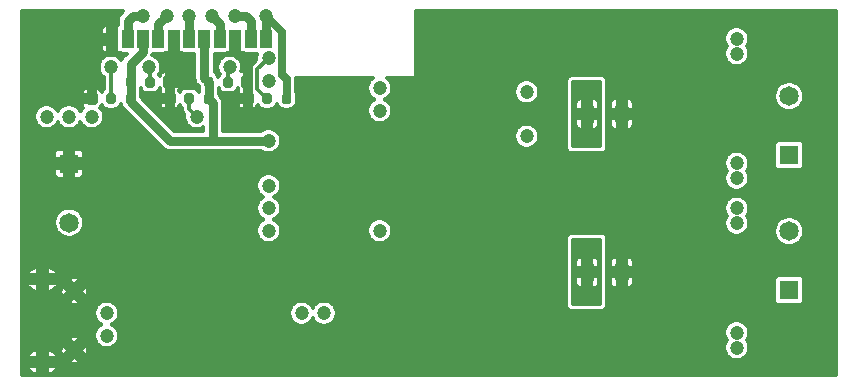
<source format=gbr>
%TF.GenerationSoftware,KiCad,Pcbnew,5.1.9-2.fc34*%
%TF.CreationDate,2021-04-30T18:49:43-07:00*%
%TF.ProjectId,motorbrainz,6d6f746f-7262-4726-9169-6e7a2e6b6963,1.0*%
%TF.SameCoordinates,Original*%
%TF.FileFunction,Copper,L4,Bot*%
%TF.FilePolarity,Positive*%
%FSLAX46Y46*%
G04 Gerber Fmt 4.6, Leading zero omitted, Abs format (unit mm)*
G04 Created by KiCad (PCBNEW 5.1.9-2.fc34) date 2021-04-30 18:49:43*
%MOMM*%
%LPD*%
G01*
G04 APERTURE LIST*
%TA.AperFunction,ComponentPad*%
%ADD10O,1.900000X1.200000*%
%TD*%
%TA.AperFunction,ComponentPad*%
%ADD11C,1.450000*%
%TD*%
%TA.AperFunction,SMDPad,CuDef*%
%ADD12R,1.000000X1.500000*%
%TD*%
%TA.AperFunction,ComponentPad*%
%ADD13R,1.650000X1.650000*%
%TD*%
%TA.AperFunction,ComponentPad*%
%ADD14C,1.650000*%
%TD*%
%TA.AperFunction,ViaPad*%
%ADD15C,1.200000*%
%TD*%
%TA.AperFunction,ViaPad*%
%ADD16C,0.800000*%
%TD*%
%TA.AperFunction,Conductor*%
%ADD17C,0.800000*%
%TD*%
%TA.AperFunction,Conductor*%
%ADD18C,0.700000*%
%TD*%
%TA.AperFunction,Conductor*%
%ADD19C,0.300000*%
%TD*%
%TA.AperFunction,Conductor*%
%ADD20C,0.100000*%
%TD*%
G04 APERTURE END LIST*
D10*
%TO.P,J2,6*%
%TO.N,GND*%
X94266500Y-115895000D03*
X94266500Y-108895000D03*
D11*
X96966500Y-114895000D03*
X96966500Y-109895000D03*
%TD*%
%TO.P,R12,2*%
%TO.N,GND*%
%TA.AperFunction,SMDPad,CuDef*%
G36*
G01*
X98825500Y-93324000D02*
X98825500Y-93874000D01*
G75*
G02*
X98625500Y-94074000I-200000J0D01*
G01*
X98225500Y-94074000D01*
G75*
G02*
X98025500Y-93874000I0J200000D01*
G01*
X98025500Y-93324000D01*
G75*
G02*
X98225500Y-93124000I200000J0D01*
G01*
X98625500Y-93124000D01*
G75*
G02*
X98825500Y-93324000I0J-200000D01*
G01*
G37*
%TD.AperFunction*%
%TO.P,R12,1*%
%TO.N,/SW5R*%
%TA.AperFunction,SMDPad,CuDef*%
G36*
G01*
X100475500Y-93324000D02*
X100475500Y-93874000D01*
G75*
G02*
X100275500Y-94074000I-200000J0D01*
G01*
X99875500Y-94074000D01*
G75*
G02*
X99675500Y-93874000I0J200000D01*
G01*
X99675500Y-93324000D01*
G75*
G02*
X99875500Y-93124000I200000J0D01*
G01*
X100275500Y-93124000D01*
G75*
G02*
X100475500Y-93324000I0J-200000D01*
G01*
G37*
%TD.AperFunction*%
%TD*%
%TO.P,R3,2*%
%TO.N,/SW1R*%
%TA.AperFunction,SMDPad,CuDef*%
G36*
G01*
X113684500Y-93324000D02*
X113684500Y-93874000D01*
G75*
G02*
X113484500Y-94074000I-200000J0D01*
G01*
X113084500Y-94074000D01*
G75*
G02*
X112884500Y-93874000I0J200000D01*
G01*
X112884500Y-93324000D01*
G75*
G02*
X113084500Y-93124000I200000J0D01*
G01*
X113484500Y-93124000D01*
G75*
G02*
X113684500Y-93324000I0J-200000D01*
G01*
G37*
%TD.AperFunction*%
%TO.P,R3,1*%
%TO.N,+3V3*%
%TA.AperFunction,SMDPad,CuDef*%
G36*
G01*
X115334500Y-93324000D02*
X115334500Y-93874000D01*
G75*
G02*
X115134500Y-94074000I-200000J0D01*
G01*
X114734500Y-94074000D01*
G75*
G02*
X114534500Y-93874000I0J200000D01*
G01*
X114534500Y-93324000D01*
G75*
G02*
X114734500Y-93124000I200000J0D01*
G01*
X115134500Y-93124000D01*
G75*
G02*
X115334500Y-93324000I0J-200000D01*
G01*
G37*
%TD.AperFunction*%
%TD*%
%TO.P,R5,2*%
%TO.N,/SW2R*%
%TA.AperFunction,SMDPad,CuDef*%
G36*
G01*
X109581500Y-92477000D02*
X109581500Y-91927000D01*
G75*
G02*
X109781500Y-91727000I200000J0D01*
G01*
X110181500Y-91727000D01*
G75*
G02*
X110381500Y-91927000I0J-200000D01*
G01*
X110381500Y-92477000D01*
G75*
G02*
X110181500Y-92677000I-200000J0D01*
G01*
X109781500Y-92677000D01*
G75*
G02*
X109581500Y-92477000I0J200000D01*
G01*
G37*
%TD.AperFunction*%
%TO.P,R5,1*%
%TO.N,+3V3*%
%TA.AperFunction,SMDPad,CuDef*%
G36*
G01*
X107931500Y-92477000D02*
X107931500Y-91927000D01*
G75*
G02*
X108131500Y-91727000I200000J0D01*
G01*
X108531500Y-91727000D01*
G75*
G02*
X108731500Y-91927000I0J-200000D01*
G01*
X108731500Y-92477000D01*
G75*
G02*
X108531500Y-92677000I-200000J0D01*
G01*
X108131500Y-92677000D01*
G75*
G02*
X107931500Y-92477000I0J200000D01*
G01*
G37*
%TD.AperFunction*%
%TD*%
%TO.P,R7,2*%
%TO.N,/SW3R*%
%TA.AperFunction,SMDPad,CuDef*%
G36*
G01*
X107080500Y-93324000D02*
X107080500Y-93874000D01*
G75*
G02*
X106880500Y-94074000I-200000J0D01*
G01*
X106480500Y-94074000D01*
G75*
G02*
X106280500Y-93874000I0J200000D01*
G01*
X106280500Y-93324000D01*
G75*
G02*
X106480500Y-93124000I200000J0D01*
G01*
X106880500Y-93124000D01*
G75*
G02*
X107080500Y-93324000I0J-200000D01*
G01*
G37*
%TD.AperFunction*%
%TO.P,R7,1*%
%TO.N,+3V3*%
%TA.AperFunction,SMDPad,CuDef*%
G36*
G01*
X108730500Y-93324000D02*
X108730500Y-93874000D01*
G75*
G02*
X108530500Y-94074000I-200000J0D01*
G01*
X108130500Y-94074000D01*
G75*
G02*
X107930500Y-93874000I0J200000D01*
G01*
X107930500Y-93324000D01*
G75*
G02*
X108130500Y-93124000I200000J0D01*
G01*
X108530500Y-93124000D01*
G75*
G02*
X108730500Y-93324000I0J-200000D01*
G01*
G37*
%TD.AperFunction*%
%TD*%
%TO.P,R9,2*%
%TO.N,/SW4R*%
%TA.AperFunction,SMDPad,CuDef*%
G36*
G01*
X102977500Y-92477000D02*
X102977500Y-91927000D01*
G75*
G02*
X103177500Y-91727000I200000J0D01*
G01*
X103577500Y-91727000D01*
G75*
G02*
X103777500Y-91927000I0J-200000D01*
G01*
X103777500Y-92477000D01*
G75*
G02*
X103577500Y-92677000I-200000J0D01*
G01*
X103177500Y-92677000D01*
G75*
G02*
X102977500Y-92477000I0J200000D01*
G01*
G37*
%TD.AperFunction*%
%TO.P,R9,1*%
%TO.N,+3V3*%
%TA.AperFunction,SMDPad,CuDef*%
G36*
G01*
X101327500Y-92477000D02*
X101327500Y-91927000D01*
G75*
G02*
X101527500Y-91727000I200000J0D01*
G01*
X101927500Y-91727000D01*
G75*
G02*
X102127500Y-91927000I0J-200000D01*
G01*
X102127500Y-92477000D01*
G75*
G02*
X101927500Y-92677000I-200000J0D01*
G01*
X101527500Y-92677000D01*
G75*
G02*
X101327500Y-92477000I0J200000D01*
G01*
G37*
%TD.AperFunction*%
%TD*%
D12*
%TO.P,JP1,1*%
%TO.N,GND*%
X110587000Y-88582500D03*
%TO.P,JP1,2*%
%TO.N,/SW1B*%
X111887000Y-88582500D03*
%TO.P,JP1,3*%
%TO.N,+3V3*%
X113187000Y-88582500D03*
%TD*%
%TO.P,JP2,1*%
%TO.N,GND*%
X110583500Y-88582500D03*
%TO.P,JP2,2*%
%TO.N,/SW2B*%
X109283500Y-88582500D03*
%TO.P,JP2,3*%
%TO.N,+3V3*%
X107983500Y-88582500D03*
%TD*%
%TO.P,JP3,1*%
%TO.N,GND*%
X105380000Y-88582500D03*
%TO.P,JP3,2*%
%TO.N,/SW3B*%
X106680000Y-88582500D03*
%TO.P,JP3,3*%
%TO.N,+3V3*%
X107980000Y-88582500D03*
%TD*%
%TO.P,JP4,1*%
%TO.N,GND*%
X105376500Y-88582500D03*
%TO.P,JP4,2*%
%TO.N,/SW4B*%
X104076500Y-88582500D03*
%TO.P,JP4,3*%
%TO.N,+3V3*%
X102776500Y-88582500D03*
%TD*%
%TO.P,R11,2*%
%TO.N,/SW5R*%
%TA.AperFunction,SMDPad,CuDef*%
G36*
G01*
X100476500Y-93324000D02*
X100476500Y-93874000D01*
G75*
G02*
X100276500Y-94074000I-200000J0D01*
G01*
X99876500Y-94074000D01*
G75*
G02*
X99676500Y-93874000I0J200000D01*
G01*
X99676500Y-93324000D01*
G75*
G02*
X99876500Y-93124000I200000J0D01*
G01*
X100276500Y-93124000D01*
G75*
G02*
X100476500Y-93324000I0J-200000D01*
G01*
G37*
%TD.AperFunction*%
%TO.P,R11,1*%
%TO.N,+3V3*%
%TA.AperFunction,SMDPad,CuDef*%
G36*
G01*
X102126500Y-93324000D02*
X102126500Y-93874000D01*
G75*
G02*
X101926500Y-94074000I-200000J0D01*
G01*
X101526500Y-94074000D01*
G75*
G02*
X101326500Y-93874000I0J200000D01*
G01*
X101326500Y-93324000D01*
G75*
G02*
X101526500Y-93124000I200000J0D01*
G01*
X101926500Y-93124000D01*
G75*
G02*
X102126500Y-93324000I0J-200000D01*
G01*
G37*
%TD.AperFunction*%
%TD*%
%TO.P,JP5,1*%
%TO.N,GND*%
X100173000Y-88582500D03*
%TO.P,JP5,2*%
%TO.N,/SW5B*%
X101473000Y-88582500D03*
%TO.P,JP5,3*%
%TO.N,+3V3*%
X102773000Y-88582500D03*
%TD*%
%TO.P,R10,2*%
%TO.N,GND*%
%TA.AperFunction,SMDPad,CuDef*%
G36*
G01*
X104628500Y-92477000D02*
X104628500Y-91927000D01*
G75*
G02*
X104828500Y-91727000I200000J0D01*
G01*
X105228500Y-91727000D01*
G75*
G02*
X105428500Y-91927000I0J-200000D01*
G01*
X105428500Y-92477000D01*
G75*
G02*
X105228500Y-92677000I-200000J0D01*
G01*
X104828500Y-92677000D01*
G75*
G02*
X104628500Y-92477000I0J200000D01*
G01*
G37*
%TD.AperFunction*%
%TO.P,R10,1*%
%TO.N,/SW4R*%
%TA.AperFunction,SMDPad,CuDef*%
G36*
G01*
X102978500Y-92477000D02*
X102978500Y-91927000D01*
G75*
G02*
X103178500Y-91727000I200000J0D01*
G01*
X103578500Y-91727000D01*
G75*
G02*
X103778500Y-91927000I0J-200000D01*
G01*
X103778500Y-92477000D01*
G75*
G02*
X103578500Y-92677000I-200000J0D01*
G01*
X103178500Y-92677000D01*
G75*
G02*
X102978500Y-92477000I0J200000D01*
G01*
G37*
%TD.AperFunction*%
%TD*%
%TO.P,R8,2*%
%TO.N,GND*%
%TA.AperFunction,SMDPad,CuDef*%
G36*
G01*
X105429500Y-93324000D02*
X105429500Y-93874000D01*
G75*
G02*
X105229500Y-94074000I-200000J0D01*
G01*
X104829500Y-94074000D01*
G75*
G02*
X104629500Y-93874000I0J200000D01*
G01*
X104629500Y-93324000D01*
G75*
G02*
X104829500Y-93124000I200000J0D01*
G01*
X105229500Y-93124000D01*
G75*
G02*
X105429500Y-93324000I0J-200000D01*
G01*
G37*
%TD.AperFunction*%
%TO.P,R8,1*%
%TO.N,/SW3R*%
%TA.AperFunction,SMDPad,CuDef*%
G36*
G01*
X107079500Y-93324000D02*
X107079500Y-93874000D01*
G75*
G02*
X106879500Y-94074000I-200000J0D01*
G01*
X106479500Y-94074000D01*
G75*
G02*
X106279500Y-93874000I0J200000D01*
G01*
X106279500Y-93324000D01*
G75*
G02*
X106479500Y-93124000I200000J0D01*
G01*
X106879500Y-93124000D01*
G75*
G02*
X107079500Y-93324000I0J-200000D01*
G01*
G37*
%TD.AperFunction*%
%TD*%
%TO.P,R4,2*%
%TO.N,GND*%
%TA.AperFunction,SMDPad,CuDef*%
G36*
G01*
X112033500Y-93324000D02*
X112033500Y-93874000D01*
G75*
G02*
X111833500Y-94074000I-200000J0D01*
G01*
X111433500Y-94074000D01*
G75*
G02*
X111233500Y-93874000I0J200000D01*
G01*
X111233500Y-93324000D01*
G75*
G02*
X111433500Y-93124000I200000J0D01*
G01*
X111833500Y-93124000D01*
G75*
G02*
X112033500Y-93324000I0J-200000D01*
G01*
G37*
%TD.AperFunction*%
%TO.P,R4,1*%
%TO.N,/SW1R*%
%TA.AperFunction,SMDPad,CuDef*%
G36*
G01*
X113683500Y-93324000D02*
X113683500Y-93874000D01*
G75*
G02*
X113483500Y-94074000I-200000J0D01*
G01*
X113083500Y-94074000D01*
G75*
G02*
X112883500Y-93874000I0J200000D01*
G01*
X112883500Y-93324000D01*
G75*
G02*
X113083500Y-93124000I200000J0D01*
G01*
X113483500Y-93124000D01*
G75*
G02*
X113683500Y-93324000I0J-200000D01*
G01*
G37*
%TD.AperFunction*%
%TD*%
%TO.P,R6,2*%
%TO.N,GND*%
%TA.AperFunction,SMDPad,CuDef*%
G36*
G01*
X111232500Y-92477000D02*
X111232500Y-91927000D01*
G75*
G02*
X111432500Y-91727000I200000J0D01*
G01*
X111832500Y-91727000D01*
G75*
G02*
X112032500Y-91927000I0J-200000D01*
G01*
X112032500Y-92477000D01*
G75*
G02*
X111832500Y-92677000I-200000J0D01*
G01*
X111432500Y-92677000D01*
G75*
G02*
X111232500Y-92477000I0J200000D01*
G01*
G37*
%TD.AperFunction*%
%TO.P,R6,1*%
%TO.N,/SW2R*%
%TA.AperFunction,SMDPad,CuDef*%
G36*
G01*
X109582500Y-92477000D02*
X109582500Y-91927000D01*
G75*
G02*
X109782500Y-91727000I200000J0D01*
G01*
X110182500Y-91727000D01*
G75*
G02*
X110382500Y-91927000I0J-200000D01*
G01*
X110382500Y-92477000D01*
G75*
G02*
X110182500Y-92677000I-200000J0D01*
G01*
X109782500Y-92677000D01*
G75*
G02*
X109582500Y-92477000I0J200000D01*
G01*
G37*
%TD.AperFunction*%
%TD*%
%TO.P,R2,2*%
%TO.N,GND*%
%TA.AperFunction,SMDPad,CuDef*%
G36*
G01*
X142759000Y-108924252D02*
X142759000Y-107674248D01*
G75*
G02*
X143008998Y-107424250I249998J0D01*
G01*
X143634002Y-107424250D01*
G75*
G02*
X143884000Y-107674248I0J-249998D01*
G01*
X143884000Y-108924252D01*
G75*
G02*
X143634002Y-109174250I-249998J0D01*
G01*
X143008998Y-109174250D01*
G75*
G02*
X142759000Y-108924252I0J249998D01*
G01*
G37*
%TD.AperFunction*%
%TO.P,R2,1*%
%TO.N,/SENB*%
%TA.AperFunction,SMDPad,CuDef*%
G36*
G01*
X139834000Y-108924252D02*
X139834000Y-107674248D01*
G75*
G02*
X140083998Y-107424250I249998J0D01*
G01*
X140709002Y-107424250D01*
G75*
G02*
X140959000Y-107674248I0J-249998D01*
G01*
X140959000Y-108924252D01*
G75*
G02*
X140709002Y-109174250I-249998J0D01*
G01*
X140083998Y-109174250D01*
G75*
G02*
X139834000Y-108924252I0J249998D01*
G01*
G37*
%TD.AperFunction*%
%TD*%
%TO.P,R1,2*%
%TO.N,GND*%
%TA.AperFunction,SMDPad,CuDef*%
G36*
G01*
X142759000Y-95525752D02*
X142759000Y-94275748D01*
G75*
G02*
X143008998Y-94025750I249998J0D01*
G01*
X143634002Y-94025750D01*
G75*
G02*
X143884000Y-94275748I0J-249998D01*
G01*
X143884000Y-95525752D01*
G75*
G02*
X143634002Y-95775750I-249998J0D01*
G01*
X143008998Y-95775750D01*
G75*
G02*
X142759000Y-95525752I0J249998D01*
G01*
G37*
%TD.AperFunction*%
%TO.P,R1,1*%
%TO.N,/SENA*%
%TA.AperFunction,SMDPad,CuDef*%
G36*
G01*
X139834000Y-95525752D02*
X139834000Y-94275748D01*
G75*
G02*
X140083998Y-94025750I249998J0D01*
G01*
X140709002Y-94025750D01*
G75*
G02*
X140959000Y-94275748I0J-249998D01*
G01*
X140959000Y-95525752D01*
G75*
G02*
X140709002Y-95775750I-249998J0D01*
G01*
X140083998Y-95775750D01*
G75*
G02*
X139834000Y-95525752I0J249998D01*
G01*
G37*
%TD.AperFunction*%
%TD*%
D13*
%TO.P,J3,1*%
%TO.N,GND*%
X96520000Y-99100000D03*
D14*
%TO.P,J3,2*%
%TO.N,+12V*%
X96520000Y-104100000D03*
%TD*%
%TO.P,J5,2*%
%TO.N,/OUTB2*%
X157480000Y-104815000D03*
D13*
%TO.P,J5,1*%
%TO.N,/OUTB1*%
X157480000Y-109815000D03*
%TD*%
%TO.P,J4,1*%
%TO.N,/OUTA1*%
X157480000Y-98385000D03*
D14*
%TO.P,J4,2*%
%TO.N,/OUTA2*%
X157480000Y-93385000D03*
%TD*%
D15*
%TO.N,/TCK*%
X113411000Y-102870000D03*
X96520000Y-95123000D03*
%TO.N,/TMS*%
X113411000Y-100965000D03*
X98425000Y-95123000D03*
%TO.N,/TDI*%
X113411000Y-104775000D03*
X94615000Y-95123000D03*
%TO.N,GND*%
X104775000Y-95123000D03*
D16*
X116854000Y-94527000D03*
X116054000Y-95327000D03*
D15*
X120015000Y-111760000D03*
X113411000Y-106680000D03*
X143321500Y-106426000D03*
X143321500Y-96774000D03*
D16*
X118454000Y-94527000D03*
X118454000Y-95327000D03*
X119254000Y-95327000D03*
X118454000Y-96127000D03*
X117654000Y-96927000D03*
X116854000Y-96127000D03*
X116854000Y-95327000D03*
X116054000Y-96127000D03*
X116854000Y-96927000D03*
X117654000Y-94527000D03*
X117654000Y-95327000D03*
X117654000Y-96127000D03*
X131890000Y-104000000D03*
X132690000Y-104000000D03*
X133490000Y-104000000D03*
X134290000Y-104000000D03*
X135090000Y-104000000D03*
X135890000Y-104000000D03*
X136690000Y-104000000D03*
X137490000Y-104000000D03*
X138290000Y-104000000D03*
X139090000Y-104000000D03*
X139890000Y-104000000D03*
X139890000Y-103200000D03*
X139090000Y-103200000D03*
X138290000Y-103200000D03*
X137490000Y-103200000D03*
X136690000Y-103200000D03*
X135890000Y-103200000D03*
X135090000Y-103200000D03*
X134290000Y-103200000D03*
X133490000Y-103200000D03*
X132690000Y-103200000D03*
X131890000Y-103200000D03*
X128690000Y-102400000D03*
X129490000Y-102400000D03*
X130290000Y-102400000D03*
X131090000Y-102400000D03*
X131890000Y-102400000D03*
X132690000Y-102400000D03*
X133490000Y-102400000D03*
X134290000Y-102400000D03*
X135090000Y-102400000D03*
X135890000Y-102400000D03*
X136690000Y-102400000D03*
X137490000Y-102400000D03*
X138290000Y-102400000D03*
X139090000Y-102400000D03*
X139890000Y-102400000D03*
X140690000Y-102400000D03*
X141490000Y-102400000D03*
X142290000Y-102400000D03*
X143090000Y-102400000D03*
X135090000Y-101600000D03*
X134290000Y-101600000D03*
X133490000Y-101600000D03*
X132690000Y-101600000D03*
X131890000Y-101600000D03*
X131090000Y-101600000D03*
X131090000Y-101600000D03*
X130290000Y-101600000D03*
X129490000Y-101600000D03*
X128690000Y-101600000D03*
X131890000Y-99200000D03*
X132690000Y-99200000D03*
X133490000Y-99200000D03*
X134290000Y-99200000D03*
X135090000Y-99200000D03*
X135890000Y-99200000D03*
X136690000Y-99200000D03*
X137490000Y-99200000D03*
X138290000Y-99200000D03*
X139090000Y-99200000D03*
X139890000Y-99200000D03*
X139890000Y-100000000D03*
X139090000Y-100000000D03*
X138290000Y-100000000D03*
X137490000Y-100000000D03*
X136690000Y-100000000D03*
X135890000Y-100000000D03*
X135090000Y-100000000D03*
X134290000Y-100000000D03*
X133490000Y-100000000D03*
X132690000Y-100000000D03*
X131890000Y-100000000D03*
X128690000Y-100800000D03*
X129490000Y-100800000D03*
X130290000Y-100800000D03*
X131090000Y-100800000D03*
X131890000Y-100800000D03*
X132690000Y-100800000D03*
X133490000Y-100800000D03*
X134290000Y-100800000D03*
X135090000Y-100800000D03*
X135890000Y-100800000D03*
X136690000Y-100800000D03*
X137490000Y-100800000D03*
X138290000Y-100800000D03*
X139090000Y-100800000D03*
X139890000Y-100800000D03*
X140690000Y-100800000D03*
X141490000Y-100800000D03*
X142290000Y-100800000D03*
X143090000Y-100800000D03*
X143090000Y-101600000D03*
X142290000Y-101600000D03*
X141490000Y-101600000D03*
X140690000Y-101600000D03*
X139890000Y-101600000D03*
X139090000Y-101600000D03*
X138290000Y-101600000D03*
X137490000Y-101600000D03*
X136690000Y-101600000D03*
X135890000Y-101600000D03*
D15*
X146685000Y-86995000D03*
X147955000Y-86995000D03*
X145415000Y-99060000D03*
X145415000Y-100330000D03*
X145415000Y-102870000D03*
X145415000Y-104140000D03*
X146685000Y-116205000D03*
X147955000Y-116205000D03*
X128905000Y-94900000D03*
X128905000Y-108300000D03*
X133985000Y-110172500D03*
X113411000Y-99060000D03*
X113411000Y-95250000D03*
X122809000Y-102870000D03*
X138557000Y-86995000D03*
X130556000Y-86995000D03*
X100173000Y-86614000D03*
X121920000Y-111760000D03*
%TO.N,+12V*%
X153035000Y-100330000D03*
X153035000Y-102870000D03*
X153035000Y-99060000D03*
X153035000Y-104140000D03*
X153035000Y-89789000D03*
X153035000Y-88519000D03*
X153035000Y-113411000D03*
X153035000Y-114681000D03*
X135255000Y-93027500D03*
X135255000Y-96774000D03*
%TO.N,/SENA*%
X122809000Y-92710000D03*
X140335000Y-96774000D03*
X140335000Y-93027500D03*
%TO.N,/SENB*%
X140335000Y-110172500D03*
X140335000Y-106426000D03*
X113411000Y-92075000D03*
%TO.N,+3V3*%
X113187000Y-86614000D03*
X113411000Y-97155000D03*
%TO.N,/SW5R*%
X100076000Y-90932000D03*
%TO.N,/SW5B*%
X102776500Y-86614000D03*
%TO.N,/SW4R*%
X103251000Y-90932000D03*
%TO.N,/SW4B*%
X104775000Y-86614000D03*
%TO.N,/SW3R*%
X107315000Y-95123000D03*
%TO.N,/SW3B*%
X106680000Y-86614000D03*
%TO.N,/SW2R*%
X110109000Y-90932000D03*
X122809000Y-94615000D03*
%TO.N,/SW2B*%
X108585000Y-86614000D03*
%TO.N,/SW1R*%
X113411000Y-90170000D03*
X122809000Y-104775000D03*
%TO.N,/SW1B*%
X110583500Y-86614000D03*
%TO.N,/D+*%
X116205000Y-111760000D03*
X99695000Y-113665000D03*
%TO.N,/D-*%
X99695000Y-111760000D03*
X118110000Y-111760000D03*
%TD*%
D17*
%TO.N,GND*%
X105028500Y-92203000D02*
X105029500Y-92202000D01*
X105028500Y-93599000D02*
X105028500Y-92203000D01*
X111633500Y-92203000D02*
X111632500Y-92202000D01*
X111633500Y-93599000D02*
X111633500Y-92203000D01*
X110587000Y-89612502D02*
X110587000Y-88582500D01*
X111632500Y-90658002D02*
X110587000Y-89612502D01*
X111632500Y-92202000D02*
X111632500Y-90658002D01*
X105380000Y-91850500D02*
X105028500Y-92202000D01*
X105380000Y-88582500D02*
X105380000Y-91850500D01*
%TO.N,+3V3*%
X101726500Y-92203000D02*
X101727500Y-92202000D01*
X101726500Y-93599000D02*
X101726500Y-92203000D01*
X108330500Y-92203000D02*
X108331500Y-92202000D01*
X108330500Y-93599000D02*
X108330500Y-92203000D01*
X102773000Y-89612502D02*
X102773000Y-88582500D01*
X101727500Y-90658002D02*
X102773000Y-89612502D01*
X101727500Y-92202000D02*
X101727500Y-90658002D01*
X107983500Y-91854000D02*
X108331500Y-92202000D01*
X107983500Y-88582500D02*
X107983500Y-91854000D01*
X113187000Y-88582500D02*
X113187000Y-86614000D01*
X101726500Y-93850502D02*
X101726500Y-93599000D01*
X105030998Y-97155000D02*
X101726500Y-93850502D01*
X108712000Y-97155000D02*
X105030998Y-97155000D01*
X113411000Y-97155000D02*
X108712000Y-97155000D01*
X108712000Y-93980500D02*
X108712000Y-97155000D01*
X108330500Y-93599000D02*
X108712000Y-93980500D01*
D18*
X114561001Y-87988001D02*
X113187000Y-86614000D01*
X114561001Y-91589835D02*
X114561001Y-87988001D01*
X114934500Y-91963334D02*
X114561001Y-91589835D01*
X114934500Y-93599000D02*
X114934500Y-91963334D01*
D19*
%TO.N,/SW5R*%
X100075500Y-90932500D02*
X100076000Y-90932000D01*
X100075500Y-93599000D02*
X100075500Y-90932500D01*
D17*
%TO.N,/SW5B*%
X101891500Y-86614000D02*
X102776500Y-86614000D01*
X101473000Y-87032500D02*
X101891500Y-86614000D01*
X101473000Y-88582500D02*
X101473000Y-87032500D01*
D19*
%TO.N,/SW4R*%
X103377500Y-90931500D02*
X103251000Y-90805000D01*
X103378500Y-91059500D02*
X103251000Y-90932000D01*
X103377500Y-91058500D02*
X103251000Y-90932000D01*
X103377500Y-92202000D02*
X103377500Y-91058500D01*
D17*
%TO.N,/SW4B*%
X104076500Y-87312500D02*
X104775000Y-86614000D01*
X104076500Y-88582500D02*
X104076500Y-87312500D01*
D19*
%TO.N,/SW3R*%
X106679500Y-94487500D02*
X107315000Y-95123000D01*
X106679500Y-93599000D02*
X106679500Y-94487500D01*
D17*
%TO.N,/SW3B*%
X106680000Y-88582500D02*
X106680000Y-86614000D01*
D19*
%TO.N,/SW2R*%
X109981500Y-91059500D02*
X110109000Y-90932000D01*
X109981500Y-92202000D02*
X109981500Y-91059500D01*
D17*
%TO.N,/SW2B*%
X109283500Y-87312500D02*
X108585000Y-86614000D01*
X109283500Y-88582500D02*
X109283500Y-87312500D01*
D19*
%TO.N,/SW1R*%
X112460999Y-92776499D02*
X113283500Y-93599000D01*
X112460999Y-91120001D02*
X112460999Y-92776499D01*
X113411000Y-90170000D02*
X112460999Y-91120001D01*
D17*
%TO.N,/SW1B*%
X111887000Y-87032500D02*
X111468500Y-86614000D01*
X111468500Y-86614000D02*
X110583500Y-86614000D01*
X111887000Y-88582500D02*
X111887000Y-87032500D01*
%TD*%
D19*
%TO.N,GND*%
X100901481Y-86401939D02*
X100869053Y-86428552D01*
X100762833Y-86557981D01*
X100739127Y-86602332D01*
X100683903Y-86705646D01*
X100635300Y-86865871D01*
X100618889Y-87032500D01*
X100623001Y-87074251D01*
X100623001Y-87394999D01*
X100523000Y-87495000D01*
X100523000Y-87810395D01*
X100520823Y-87832500D01*
X100520823Y-89332500D01*
X100523000Y-89354605D01*
X100523000Y-89670000D01*
X100635500Y-89782500D01*
X100673000Y-89784677D01*
X100761215Y-89775989D01*
X100823000Y-89757246D01*
X100884785Y-89775989D01*
X100973000Y-89784677D01*
X101398745Y-89784677D01*
X101155981Y-90027441D01*
X101123553Y-90054054D01*
X101096940Y-90086482D01*
X101096939Y-90086483D01*
X101087073Y-90098504D01*
X101017333Y-90183483D01*
X101001191Y-90213682D01*
X100938403Y-90331148D01*
X100938074Y-90332234D01*
X100891589Y-90262664D01*
X100745336Y-90116411D01*
X100573362Y-90001502D01*
X100382274Y-89922350D01*
X100179416Y-89882000D01*
X99972584Y-89882000D01*
X99769726Y-89922350D01*
X99578638Y-90001502D01*
X99406664Y-90116411D01*
X99260411Y-90262664D01*
X99145502Y-90434638D01*
X99066350Y-90625726D01*
X99026000Y-90828584D01*
X99026000Y-91035416D01*
X99066350Y-91238274D01*
X99145502Y-91429362D01*
X99260411Y-91601336D01*
X99406664Y-91747589D01*
X99475501Y-91793584D01*
X99475500Y-92812649D01*
X99414341Y-92862841D01*
X99333235Y-92961670D01*
X99272967Y-93074423D01*
X99272837Y-93074853D01*
X99268989Y-93035785D01*
X99243257Y-92950959D01*
X99201471Y-92872784D01*
X99145237Y-92804263D01*
X99076716Y-92748029D01*
X98998541Y-92706243D01*
X98913715Y-92680511D01*
X98825500Y-92671823D01*
X98788000Y-92674000D01*
X98675500Y-92786500D01*
X98675500Y-93274000D01*
X98795500Y-93274000D01*
X98795500Y-93924000D01*
X98675500Y-93924000D01*
X98675500Y-93969000D01*
X98175500Y-93969000D01*
X98175500Y-93924000D01*
X97688000Y-93924000D01*
X97575500Y-94036500D01*
X97573323Y-94074000D01*
X97582011Y-94162215D01*
X97607743Y-94247041D01*
X97649529Y-94325216D01*
X97689344Y-94373731D01*
X97609411Y-94453664D01*
X97494502Y-94625638D01*
X97472500Y-94678755D01*
X97450498Y-94625638D01*
X97335589Y-94453664D01*
X97189336Y-94307411D01*
X97017362Y-94192502D01*
X96826274Y-94113350D01*
X96623416Y-94073000D01*
X96416584Y-94073000D01*
X96213726Y-94113350D01*
X96022638Y-94192502D01*
X95850664Y-94307411D01*
X95704411Y-94453664D01*
X95589502Y-94625638D01*
X95567500Y-94678755D01*
X95545498Y-94625638D01*
X95430589Y-94453664D01*
X95284336Y-94307411D01*
X95112362Y-94192502D01*
X94921274Y-94113350D01*
X94718416Y-94073000D01*
X94511584Y-94073000D01*
X94308726Y-94113350D01*
X94117638Y-94192502D01*
X93945664Y-94307411D01*
X93799411Y-94453664D01*
X93684502Y-94625638D01*
X93605350Y-94816726D01*
X93565000Y-95019584D01*
X93565000Y-95226416D01*
X93605350Y-95429274D01*
X93684502Y-95620362D01*
X93799411Y-95792336D01*
X93945664Y-95938589D01*
X94117638Y-96053498D01*
X94308726Y-96132650D01*
X94511584Y-96173000D01*
X94718416Y-96173000D01*
X94921274Y-96132650D01*
X95112362Y-96053498D01*
X95284336Y-95938589D01*
X95430589Y-95792336D01*
X95545498Y-95620362D01*
X95567500Y-95567245D01*
X95589502Y-95620362D01*
X95704411Y-95792336D01*
X95850664Y-95938589D01*
X96022638Y-96053498D01*
X96213726Y-96132650D01*
X96416584Y-96173000D01*
X96623416Y-96173000D01*
X96826274Y-96132650D01*
X97017362Y-96053498D01*
X97189336Y-95938589D01*
X97335589Y-95792336D01*
X97450498Y-95620362D01*
X97472500Y-95567245D01*
X97494502Y-95620362D01*
X97609411Y-95792336D01*
X97755664Y-95938589D01*
X97927638Y-96053498D01*
X98118726Y-96132650D01*
X98321584Y-96173000D01*
X98528416Y-96173000D01*
X98731274Y-96132650D01*
X98922362Y-96053498D01*
X99094336Y-95938589D01*
X99240589Y-95792336D01*
X99355498Y-95620362D01*
X99434650Y-95429274D01*
X99475000Y-95226416D01*
X99475000Y-95019584D01*
X99434650Y-94816726D01*
X99355498Y-94625638D01*
X99240589Y-94453664D01*
X99161205Y-94374280D01*
X99201471Y-94325216D01*
X99243257Y-94247041D01*
X99268989Y-94162215D01*
X99272837Y-94123147D01*
X99272967Y-94123577D01*
X99333235Y-94236330D01*
X99414341Y-94335159D01*
X99513170Y-94416265D01*
X99625923Y-94476533D01*
X99748267Y-94513646D01*
X99875500Y-94526177D01*
X100276500Y-94526177D01*
X100403733Y-94513646D01*
X100526077Y-94476533D01*
X100638830Y-94416265D01*
X100737659Y-94335159D01*
X100818765Y-94236330D01*
X100879033Y-94123577D01*
X100900062Y-94054256D01*
X100917987Y-94113350D01*
X100937403Y-94177356D01*
X101016332Y-94325020D01*
X101122552Y-94454450D01*
X101154986Y-94481068D01*
X104400437Y-97726520D01*
X104427050Y-97758948D01*
X104556479Y-97865168D01*
X104704143Y-97944097D01*
X104864369Y-97992700D01*
X104989249Y-98005000D01*
X104989257Y-98005000D01*
X105030998Y-98009111D01*
X105072739Y-98005000D01*
X108670252Y-98005000D01*
X108712000Y-98009112D01*
X108753749Y-98005000D01*
X112793164Y-98005000D01*
X112913638Y-98085498D01*
X113104726Y-98164650D01*
X113307584Y-98205000D01*
X113514416Y-98205000D01*
X113717274Y-98164650D01*
X113908362Y-98085498D01*
X114080336Y-97970589D01*
X114226589Y-97824336D01*
X114341498Y-97652362D01*
X114420650Y-97461274D01*
X114461000Y-97258416D01*
X114461000Y-97051584D01*
X114420650Y-96848726D01*
X114346861Y-96670584D01*
X134205000Y-96670584D01*
X134205000Y-96877416D01*
X134245350Y-97080274D01*
X134324502Y-97271362D01*
X134439411Y-97443336D01*
X134585664Y-97589589D01*
X134757638Y-97704498D01*
X134948726Y-97783650D01*
X135151584Y-97824000D01*
X135358416Y-97824000D01*
X135561274Y-97783650D01*
X135752362Y-97704498D01*
X135924336Y-97589589D01*
X136070589Y-97443336D01*
X136185498Y-97271362D01*
X136264650Y-97080274D01*
X136305000Y-96877416D01*
X136305000Y-96670584D01*
X136264650Y-96467726D01*
X136185498Y-96276638D01*
X136070589Y-96104664D01*
X135924336Y-95958411D01*
X135752362Y-95843502D01*
X135561274Y-95764350D01*
X135358416Y-95724000D01*
X135151584Y-95724000D01*
X134948726Y-95764350D01*
X134757638Y-95843502D01*
X134585664Y-95958411D01*
X134439411Y-96104664D01*
X134324502Y-96276638D01*
X134245350Y-96467726D01*
X134205000Y-96670584D01*
X114346861Y-96670584D01*
X114341498Y-96657638D01*
X114226589Y-96485664D01*
X114080336Y-96339411D01*
X113908362Y-96224502D01*
X113717274Y-96145350D01*
X113514416Y-96105000D01*
X113307584Y-96105000D01*
X113104726Y-96145350D01*
X112913638Y-96224502D01*
X112793164Y-96305000D01*
X109562000Y-96305000D01*
X109562000Y-94074000D01*
X110781323Y-94074000D01*
X110790011Y-94162215D01*
X110815743Y-94247041D01*
X110857529Y-94325216D01*
X110913763Y-94393737D01*
X110982284Y-94449971D01*
X111060459Y-94491757D01*
X111145285Y-94517489D01*
X111233500Y-94526177D01*
X111271000Y-94524000D01*
X111383500Y-94411500D01*
X111383500Y-93924000D01*
X110896000Y-93924000D01*
X110783500Y-94036500D01*
X110781323Y-94074000D01*
X109562000Y-94074000D01*
X109562000Y-94022237D01*
X109566111Y-93980499D01*
X109562000Y-93938761D01*
X109562000Y-93938751D01*
X109549700Y-93813871D01*
X109501097Y-93653645D01*
X109422168Y-93505981D01*
X109315948Y-93376552D01*
X109283520Y-93349939D01*
X109180500Y-93246919D01*
X109180500Y-92729445D01*
X109239235Y-92839330D01*
X109320341Y-92938159D01*
X109419170Y-93019265D01*
X109531923Y-93079533D01*
X109654267Y-93116646D01*
X109781500Y-93129177D01*
X110182500Y-93129177D01*
X110309733Y-93116646D01*
X110432077Y-93079533D01*
X110544830Y-93019265D01*
X110643659Y-92938159D01*
X110724765Y-92839330D01*
X110785033Y-92726577D01*
X110785163Y-92726147D01*
X110789011Y-92765215D01*
X110814743Y-92850041D01*
X110842214Y-92901435D01*
X110815743Y-92950959D01*
X110790011Y-93035785D01*
X110781323Y-93124000D01*
X110783500Y-93161500D01*
X110896000Y-93274000D01*
X111383500Y-93274000D01*
X111383500Y-92786500D01*
X111382500Y-92785500D01*
X111382500Y-92527000D01*
X111262500Y-92527000D01*
X111262500Y-91877000D01*
X111382500Y-91877000D01*
X111382500Y-91389500D01*
X111270000Y-91277000D01*
X111232500Y-91274823D01*
X111144285Y-91283511D01*
X111093535Y-91298906D01*
X111118650Y-91238274D01*
X111159000Y-91035416D01*
X111159000Y-90828584D01*
X111118650Y-90625726D01*
X111039498Y-90434638D01*
X110924589Y-90262664D01*
X110778336Y-90116411D01*
X110606362Y-90001502D01*
X110415274Y-89922350D01*
X110212416Y-89882000D01*
X110005584Y-89882000D01*
X109802726Y-89922350D01*
X109611638Y-90001502D01*
X109439664Y-90116411D01*
X109293411Y-90262664D01*
X109178502Y-90434638D01*
X109099350Y-90625726D01*
X109059000Y-90828584D01*
X109059000Y-91035416D01*
X109099350Y-91238274D01*
X109178502Y-91429362D01*
X109255593Y-91544737D01*
X109239235Y-91564670D01*
X109178967Y-91677423D01*
X109156500Y-91751486D01*
X109134033Y-91677423D01*
X109073765Y-91564670D01*
X108992659Y-91465841D01*
X108893830Y-91384735D01*
X108833500Y-91352488D01*
X108833500Y-89784677D01*
X109783500Y-89784677D01*
X109871715Y-89775989D01*
X109933500Y-89757246D01*
X109995285Y-89775989D01*
X110083500Y-89784677D01*
X110085702Y-89784549D01*
X110087000Y-89784677D01*
X110124500Y-89782500D01*
X110237000Y-89670000D01*
X110237000Y-88932500D01*
X110235677Y-88932500D01*
X110235677Y-88232500D01*
X110237000Y-88232500D01*
X110237000Y-88212500D01*
X110933500Y-88212500D01*
X110933500Y-88232500D01*
X110934823Y-88232500D01*
X110934823Y-88932500D01*
X110933500Y-88932500D01*
X110933500Y-89670000D01*
X111046000Y-89782500D01*
X111083500Y-89784677D01*
X111084798Y-89784549D01*
X111087000Y-89784677D01*
X111175215Y-89775989D01*
X111237000Y-89757246D01*
X111298785Y-89775989D01*
X111387000Y-89784677D01*
X112387000Y-89784677D01*
X112436096Y-89779842D01*
X112401350Y-89863726D01*
X112361000Y-90066584D01*
X112361000Y-90273416D01*
X112377268Y-90355204D01*
X112057585Y-90674888D01*
X112034682Y-90693684D01*
X111959703Y-90785047D01*
X111903989Y-90889281D01*
X111888034Y-90941878D01*
X111869681Y-91002381D01*
X111858096Y-91120001D01*
X111860999Y-91149475D01*
X111861000Y-92747016D01*
X111858096Y-92776499D01*
X111869681Y-92894119D01*
X111882500Y-92936377D01*
X111882500Y-93014500D01*
X111883500Y-93015500D01*
X111883500Y-93274000D01*
X112003500Y-93274000D01*
X112003500Y-93924000D01*
X111883500Y-93924000D01*
X111883500Y-94411500D01*
X111996000Y-94524000D01*
X112033500Y-94526177D01*
X112121715Y-94517489D01*
X112206541Y-94491757D01*
X112284716Y-94449971D01*
X112353237Y-94393737D01*
X112409471Y-94325216D01*
X112451257Y-94247041D01*
X112476989Y-94162215D01*
X112480837Y-94123147D01*
X112480967Y-94123577D01*
X112541235Y-94236330D01*
X112622341Y-94335159D01*
X112721170Y-94416265D01*
X112833923Y-94476533D01*
X112956267Y-94513646D01*
X113083500Y-94526177D01*
X113484500Y-94526177D01*
X113611733Y-94513646D01*
X113734077Y-94476533D01*
X113846830Y-94416265D01*
X113945659Y-94335159D01*
X114026765Y-94236330D01*
X114087033Y-94123577D01*
X114109500Y-94049514D01*
X114131967Y-94123577D01*
X114192235Y-94236330D01*
X114273341Y-94335159D01*
X114372170Y-94416265D01*
X114484923Y-94476533D01*
X114607267Y-94513646D01*
X114734500Y-94526177D01*
X115134500Y-94526177D01*
X115261733Y-94513646D01*
X115384077Y-94476533D01*
X115496830Y-94416265D01*
X115595659Y-94335159D01*
X115676765Y-94236330D01*
X115737033Y-94123577D01*
X115774146Y-94001233D01*
X115786677Y-93874000D01*
X115786677Y-93324000D01*
X115774146Y-93196767D01*
X115737033Y-93074423D01*
X115734500Y-93069684D01*
X115734500Y-92002616D01*
X115738369Y-91963333D01*
X115734500Y-91924050D01*
X115734500Y-91924041D01*
X115726617Y-91844000D01*
X122215110Y-91844000D01*
X122139664Y-91894411D01*
X121993411Y-92040664D01*
X121878502Y-92212638D01*
X121799350Y-92403726D01*
X121759000Y-92606584D01*
X121759000Y-92813416D01*
X121799350Y-93016274D01*
X121878502Y-93207362D01*
X121993411Y-93379336D01*
X122139664Y-93525589D01*
X122311638Y-93640498D01*
X122364755Y-93662500D01*
X122311638Y-93684502D01*
X122139664Y-93799411D01*
X121993411Y-93945664D01*
X121878502Y-94117638D01*
X121799350Y-94308726D01*
X121759000Y-94511584D01*
X121759000Y-94718416D01*
X121799350Y-94921274D01*
X121878502Y-95112362D01*
X121993411Y-95284336D01*
X122139664Y-95430589D01*
X122311638Y-95545498D01*
X122502726Y-95624650D01*
X122705584Y-95665000D01*
X122912416Y-95665000D01*
X123115274Y-95624650D01*
X123306362Y-95545498D01*
X123478336Y-95430589D01*
X123624589Y-95284336D01*
X123739498Y-95112362D01*
X123818650Y-94921274D01*
X123859000Y-94718416D01*
X123859000Y-94511584D01*
X123818650Y-94308726D01*
X123739498Y-94117638D01*
X123624589Y-93945664D01*
X123478336Y-93799411D01*
X123306362Y-93684502D01*
X123253245Y-93662500D01*
X123306362Y-93640498D01*
X123478336Y-93525589D01*
X123624589Y-93379336D01*
X123739498Y-93207362D01*
X123818650Y-93016274D01*
X123836987Y-92924084D01*
X134205000Y-92924084D01*
X134205000Y-93130916D01*
X134245350Y-93333774D01*
X134324502Y-93524862D01*
X134439411Y-93696836D01*
X134585664Y-93843089D01*
X134757638Y-93957998D01*
X134948726Y-94037150D01*
X135151584Y-94077500D01*
X135358416Y-94077500D01*
X135561274Y-94037150D01*
X135752362Y-93957998D01*
X135924336Y-93843089D01*
X136070589Y-93696836D01*
X136185498Y-93524862D01*
X136264650Y-93333774D01*
X136305000Y-93130916D01*
X136305000Y-92924084D01*
X136264650Y-92721226D01*
X136185498Y-92530138D01*
X136070589Y-92358164D01*
X135924336Y-92211911D01*
X135752362Y-92097002D01*
X135699245Y-92075000D01*
X138615000Y-92075000D01*
X138615000Y-97790000D01*
X138623647Y-97877791D01*
X138649254Y-97962208D01*
X138690839Y-98040007D01*
X138746802Y-98108198D01*
X138814993Y-98164161D01*
X138892792Y-98205746D01*
X138977209Y-98231353D01*
X139065000Y-98240000D01*
X141605000Y-98240000D01*
X141692791Y-98231353D01*
X141777208Y-98205746D01*
X141855007Y-98164161D01*
X141923198Y-98108198D01*
X141979161Y-98040007D01*
X142020746Y-97962208D01*
X142046353Y-97877791D01*
X142055000Y-97790000D01*
X142055000Y-97560000D01*
X156202823Y-97560000D01*
X156202823Y-99210000D01*
X156211511Y-99298215D01*
X156237243Y-99383041D01*
X156279029Y-99461216D01*
X156335263Y-99529737D01*
X156403784Y-99585971D01*
X156481959Y-99627757D01*
X156566785Y-99653489D01*
X156655000Y-99662177D01*
X158305000Y-99662177D01*
X158393215Y-99653489D01*
X158478041Y-99627757D01*
X158556216Y-99585971D01*
X158624737Y-99529737D01*
X158680971Y-99461216D01*
X158722757Y-99383041D01*
X158748489Y-99298215D01*
X158757177Y-99210000D01*
X158757177Y-97560000D01*
X158748489Y-97471785D01*
X158722757Y-97386959D01*
X158680971Y-97308784D01*
X158624737Y-97240263D01*
X158556216Y-97184029D01*
X158478041Y-97142243D01*
X158393215Y-97116511D01*
X158305000Y-97107823D01*
X156655000Y-97107823D01*
X156566785Y-97116511D01*
X156481959Y-97142243D01*
X156403784Y-97184029D01*
X156335263Y-97240263D01*
X156279029Y-97308784D01*
X156237243Y-97386959D01*
X156211511Y-97471785D01*
X156202823Y-97560000D01*
X142055000Y-97560000D01*
X142055000Y-95775750D01*
X142306823Y-95775750D01*
X142315511Y-95863965D01*
X142341243Y-95948791D01*
X142383029Y-96026966D01*
X142439263Y-96095487D01*
X142507784Y-96151721D01*
X142585959Y-96193507D01*
X142670785Y-96219239D01*
X142759000Y-96227927D01*
X142859000Y-96225750D01*
X142971500Y-96113250D01*
X142971500Y-95250750D01*
X143671500Y-95250750D01*
X143671500Y-96113250D01*
X143784000Y-96225750D01*
X143884000Y-96227927D01*
X143972215Y-96219239D01*
X144057041Y-96193507D01*
X144135216Y-96151721D01*
X144203737Y-96095487D01*
X144259971Y-96026966D01*
X144301757Y-95948791D01*
X144327489Y-95863965D01*
X144336177Y-95775750D01*
X144334000Y-95363250D01*
X144221500Y-95250750D01*
X143671500Y-95250750D01*
X142971500Y-95250750D01*
X142421500Y-95250750D01*
X142309000Y-95363250D01*
X142306823Y-95775750D01*
X142055000Y-95775750D01*
X142055000Y-94025750D01*
X142306823Y-94025750D01*
X142309000Y-94438250D01*
X142421500Y-94550750D01*
X142971500Y-94550750D01*
X142971500Y-93688250D01*
X143671500Y-93688250D01*
X143671500Y-94550750D01*
X144221500Y-94550750D01*
X144334000Y-94438250D01*
X144336177Y-94025750D01*
X144327489Y-93937535D01*
X144301757Y-93852709D01*
X144259971Y-93774534D01*
X144203737Y-93706013D01*
X144135216Y-93649779D01*
X144057041Y-93607993D01*
X143972215Y-93582261D01*
X143884000Y-93573573D01*
X143784000Y-93575750D01*
X143671500Y-93688250D01*
X142971500Y-93688250D01*
X142859000Y-93575750D01*
X142759000Y-93573573D01*
X142670785Y-93582261D01*
X142585959Y-93607993D01*
X142507784Y-93649779D01*
X142439263Y-93706013D01*
X142383029Y-93774534D01*
X142341243Y-93852709D01*
X142315511Y-93937535D01*
X142306823Y-94025750D01*
X142055000Y-94025750D01*
X142055000Y-93259423D01*
X156205000Y-93259423D01*
X156205000Y-93510577D01*
X156253998Y-93756904D01*
X156350110Y-93988939D01*
X156489643Y-94197765D01*
X156667235Y-94375357D01*
X156876061Y-94514890D01*
X157108096Y-94611002D01*
X157354423Y-94660000D01*
X157605577Y-94660000D01*
X157851904Y-94611002D01*
X158083939Y-94514890D01*
X158292765Y-94375357D01*
X158470357Y-94197765D01*
X158609890Y-93988939D01*
X158706002Y-93756904D01*
X158755000Y-93510577D01*
X158755000Y-93259423D01*
X158706002Y-93013096D01*
X158609890Y-92781061D01*
X158470357Y-92572235D01*
X158292765Y-92394643D01*
X158083939Y-92255110D01*
X157851904Y-92158998D01*
X157605577Y-92110000D01*
X157354423Y-92110000D01*
X157108096Y-92158998D01*
X156876061Y-92255110D01*
X156667235Y-92394643D01*
X156489643Y-92572235D01*
X156350110Y-92781061D01*
X156253998Y-93013096D01*
X156205000Y-93259423D01*
X142055000Y-93259423D01*
X142055000Y-92075000D01*
X142046353Y-91987209D01*
X142020746Y-91902792D01*
X141979161Y-91824993D01*
X141923198Y-91756802D01*
X141855007Y-91700839D01*
X141777208Y-91659254D01*
X141692791Y-91633647D01*
X141605000Y-91625000D01*
X139065000Y-91625000D01*
X138977209Y-91633647D01*
X138892792Y-91659254D01*
X138814993Y-91700839D01*
X138746802Y-91756802D01*
X138690839Y-91824993D01*
X138649254Y-91902792D01*
X138623647Y-91987209D01*
X138615000Y-92075000D01*
X135699245Y-92075000D01*
X135561274Y-92017850D01*
X135358416Y-91977500D01*
X135151584Y-91977500D01*
X134948726Y-92017850D01*
X134757638Y-92097002D01*
X134585664Y-92211911D01*
X134439411Y-92358164D01*
X134324502Y-92530138D01*
X134245350Y-92721226D01*
X134205000Y-92924084D01*
X123836987Y-92924084D01*
X123859000Y-92813416D01*
X123859000Y-92606584D01*
X123818650Y-92403726D01*
X123739498Y-92212638D01*
X123624589Y-92040664D01*
X123478336Y-91894411D01*
X123402890Y-91844000D01*
X125730000Y-91844000D01*
X125759264Y-91841118D01*
X125787403Y-91832582D01*
X125813336Y-91818720D01*
X125836066Y-91800066D01*
X125854720Y-91777336D01*
X125868582Y-91751403D01*
X125877118Y-91723264D01*
X125880000Y-91694000D01*
X125880000Y-88415584D01*
X151985000Y-88415584D01*
X151985000Y-88622416D01*
X152025350Y-88825274D01*
X152104502Y-89016362D01*
X152196468Y-89154000D01*
X152104502Y-89291638D01*
X152025350Y-89482726D01*
X151985000Y-89685584D01*
X151985000Y-89892416D01*
X152025350Y-90095274D01*
X152104502Y-90286362D01*
X152219411Y-90458336D01*
X152365664Y-90604589D01*
X152537638Y-90719498D01*
X152728726Y-90798650D01*
X152931584Y-90839000D01*
X153138416Y-90839000D01*
X153341274Y-90798650D01*
X153532362Y-90719498D01*
X153704336Y-90604589D01*
X153850589Y-90458336D01*
X153965498Y-90286362D01*
X154044650Y-90095274D01*
X154085000Y-89892416D01*
X154085000Y-89685584D01*
X154044650Y-89482726D01*
X153965498Y-89291638D01*
X153873532Y-89154000D01*
X153965498Y-89016362D01*
X154044650Y-88825274D01*
X154085000Y-88622416D01*
X154085000Y-88415584D01*
X154044650Y-88212726D01*
X153965498Y-88021638D01*
X153850589Y-87849664D01*
X153704336Y-87703411D01*
X153532362Y-87588502D01*
X153341274Y-87509350D01*
X153138416Y-87469000D01*
X152931584Y-87469000D01*
X152728726Y-87509350D01*
X152537638Y-87588502D01*
X152365664Y-87703411D01*
X152219411Y-87849664D01*
X152104502Y-88021638D01*
X152025350Y-88212726D01*
X151985000Y-88415584D01*
X125880000Y-88415584D01*
X125880000Y-86200000D01*
X161450000Y-86200000D01*
X161450001Y-117000000D01*
X92550000Y-117000000D01*
X92550000Y-116395553D01*
X92993491Y-116395553D01*
X93067032Y-116512174D01*
X93203759Y-116666038D01*
X93367876Y-116790272D01*
X93553077Y-116880101D01*
X93752244Y-116932073D01*
X93916500Y-116832500D01*
X93916500Y-116245000D01*
X94616500Y-116245000D01*
X94616500Y-116832500D01*
X94780756Y-116932073D01*
X94979923Y-116880101D01*
X95165124Y-116790272D01*
X95329241Y-116666038D01*
X95465968Y-116512174D01*
X95539509Y-116395553D01*
X95486216Y-116245000D01*
X94616500Y-116245000D01*
X93916500Y-116245000D01*
X93046784Y-116245000D01*
X92993491Y-116395553D01*
X92550000Y-116395553D01*
X92550000Y-115856112D01*
X96500363Y-115856112D01*
X96586860Y-116012985D01*
X96812263Y-116065567D01*
X97043593Y-116073166D01*
X97271961Y-116035488D01*
X97346140Y-116012985D01*
X97432637Y-115856112D01*
X96966500Y-115389975D01*
X96500363Y-115856112D01*
X92550000Y-115856112D01*
X92550000Y-115394447D01*
X92993491Y-115394447D01*
X93046784Y-115545000D01*
X93916500Y-115545000D01*
X93916500Y-114957500D01*
X94616500Y-114957500D01*
X94616500Y-115545000D01*
X95486216Y-115545000D01*
X95539509Y-115394447D01*
X95465968Y-115277826D01*
X95329241Y-115123962D01*
X95165124Y-114999728D01*
X95108149Y-114972093D01*
X95788334Y-114972093D01*
X95826012Y-115200461D01*
X95848515Y-115274640D01*
X96005388Y-115361137D01*
X96471525Y-114895000D01*
X97461475Y-114895000D01*
X97927612Y-115361137D01*
X98084485Y-115274640D01*
X98137067Y-115049237D01*
X98144666Y-114817907D01*
X98106988Y-114589539D01*
X98084485Y-114515360D01*
X97927612Y-114428863D01*
X97461475Y-114895000D01*
X96471525Y-114895000D01*
X96005388Y-114428863D01*
X95848515Y-114515360D01*
X95795933Y-114740763D01*
X95788334Y-114972093D01*
X95108149Y-114972093D01*
X94979923Y-114909899D01*
X94780756Y-114857927D01*
X94616500Y-114957500D01*
X93916500Y-114957500D01*
X93752244Y-114857927D01*
X93553077Y-114909899D01*
X93367876Y-114999728D01*
X93203759Y-115123962D01*
X93067032Y-115277826D01*
X92993491Y-115394447D01*
X92550000Y-115394447D01*
X92550000Y-113933888D01*
X96500363Y-113933888D01*
X96966500Y-114400025D01*
X97432637Y-113933888D01*
X97346140Y-113777015D01*
X97120737Y-113724433D01*
X96889407Y-113716834D01*
X96661039Y-113754512D01*
X96586860Y-113777015D01*
X96500363Y-113933888D01*
X92550000Y-113933888D01*
X92550000Y-111656584D01*
X98645000Y-111656584D01*
X98645000Y-111863416D01*
X98685350Y-112066274D01*
X98764502Y-112257362D01*
X98879411Y-112429336D01*
X99025664Y-112575589D01*
X99197638Y-112690498D01*
X99250755Y-112712500D01*
X99197638Y-112734502D01*
X99025664Y-112849411D01*
X98879411Y-112995664D01*
X98764502Y-113167638D01*
X98685350Y-113358726D01*
X98645000Y-113561584D01*
X98645000Y-113768416D01*
X98685350Y-113971274D01*
X98764502Y-114162362D01*
X98879411Y-114334336D01*
X99025664Y-114480589D01*
X99197638Y-114595498D01*
X99388726Y-114674650D01*
X99591584Y-114715000D01*
X99798416Y-114715000D01*
X100001274Y-114674650D01*
X100192362Y-114595498D01*
X100364336Y-114480589D01*
X100510589Y-114334336D01*
X100625498Y-114162362D01*
X100704650Y-113971274D01*
X100745000Y-113768416D01*
X100745000Y-113561584D01*
X100704650Y-113358726D01*
X100683467Y-113307584D01*
X151985000Y-113307584D01*
X151985000Y-113514416D01*
X152025350Y-113717274D01*
X152104502Y-113908362D01*
X152196468Y-114046000D01*
X152104502Y-114183638D01*
X152025350Y-114374726D01*
X151985000Y-114577584D01*
X151985000Y-114784416D01*
X152025350Y-114987274D01*
X152104502Y-115178362D01*
X152219411Y-115350336D01*
X152365664Y-115496589D01*
X152537638Y-115611498D01*
X152728726Y-115690650D01*
X152931584Y-115731000D01*
X153138416Y-115731000D01*
X153341274Y-115690650D01*
X153532362Y-115611498D01*
X153704336Y-115496589D01*
X153850589Y-115350336D01*
X153965498Y-115178362D01*
X154044650Y-114987274D01*
X154085000Y-114784416D01*
X154085000Y-114577584D01*
X154044650Y-114374726D01*
X153965498Y-114183638D01*
X153873532Y-114046000D01*
X153965498Y-113908362D01*
X154044650Y-113717274D01*
X154085000Y-113514416D01*
X154085000Y-113307584D01*
X154044650Y-113104726D01*
X153965498Y-112913638D01*
X153850589Y-112741664D01*
X153704336Y-112595411D01*
X153532362Y-112480502D01*
X153341274Y-112401350D01*
X153138416Y-112361000D01*
X152931584Y-112361000D01*
X152728726Y-112401350D01*
X152537638Y-112480502D01*
X152365664Y-112595411D01*
X152219411Y-112741664D01*
X152104502Y-112913638D01*
X152025350Y-113104726D01*
X151985000Y-113307584D01*
X100683467Y-113307584D01*
X100625498Y-113167638D01*
X100510589Y-112995664D01*
X100364336Y-112849411D01*
X100192362Y-112734502D01*
X100139245Y-112712500D01*
X100192362Y-112690498D01*
X100364336Y-112575589D01*
X100510589Y-112429336D01*
X100625498Y-112257362D01*
X100704650Y-112066274D01*
X100745000Y-111863416D01*
X100745000Y-111656584D01*
X115155000Y-111656584D01*
X115155000Y-111863416D01*
X115195350Y-112066274D01*
X115274502Y-112257362D01*
X115389411Y-112429336D01*
X115535664Y-112575589D01*
X115707638Y-112690498D01*
X115898726Y-112769650D01*
X116101584Y-112810000D01*
X116308416Y-112810000D01*
X116511274Y-112769650D01*
X116702362Y-112690498D01*
X116874336Y-112575589D01*
X117020589Y-112429336D01*
X117135498Y-112257362D01*
X117157500Y-112204245D01*
X117179502Y-112257362D01*
X117294411Y-112429336D01*
X117440664Y-112575589D01*
X117612638Y-112690498D01*
X117803726Y-112769650D01*
X118006584Y-112810000D01*
X118213416Y-112810000D01*
X118416274Y-112769650D01*
X118607362Y-112690498D01*
X118779336Y-112575589D01*
X118925589Y-112429336D01*
X119040498Y-112257362D01*
X119119650Y-112066274D01*
X119160000Y-111863416D01*
X119160000Y-111656584D01*
X119119650Y-111453726D01*
X119040498Y-111262638D01*
X118925589Y-111090664D01*
X118779336Y-110944411D01*
X118607362Y-110829502D01*
X118416274Y-110750350D01*
X118213416Y-110710000D01*
X118006584Y-110710000D01*
X117803726Y-110750350D01*
X117612638Y-110829502D01*
X117440664Y-110944411D01*
X117294411Y-111090664D01*
X117179502Y-111262638D01*
X117157500Y-111315755D01*
X117135498Y-111262638D01*
X117020589Y-111090664D01*
X116874336Y-110944411D01*
X116702362Y-110829502D01*
X116511274Y-110750350D01*
X116308416Y-110710000D01*
X116101584Y-110710000D01*
X115898726Y-110750350D01*
X115707638Y-110829502D01*
X115535664Y-110944411D01*
X115389411Y-111090664D01*
X115274502Y-111262638D01*
X115195350Y-111453726D01*
X115155000Y-111656584D01*
X100745000Y-111656584D01*
X100704650Y-111453726D01*
X100625498Y-111262638D01*
X100510589Y-111090664D01*
X100364336Y-110944411D01*
X100192362Y-110829502D01*
X100001274Y-110750350D01*
X99798416Y-110710000D01*
X99591584Y-110710000D01*
X99388726Y-110750350D01*
X99197638Y-110829502D01*
X99025664Y-110944411D01*
X98879411Y-111090664D01*
X98764502Y-111262638D01*
X98685350Y-111453726D01*
X98645000Y-111656584D01*
X92550000Y-111656584D01*
X92550000Y-110856112D01*
X96500363Y-110856112D01*
X96586860Y-111012985D01*
X96812263Y-111065567D01*
X97043593Y-111073166D01*
X97271961Y-111035488D01*
X97346140Y-111012985D01*
X97432637Y-110856112D01*
X96966500Y-110389975D01*
X96500363Y-110856112D01*
X92550000Y-110856112D01*
X92550000Y-109972093D01*
X95788334Y-109972093D01*
X95826012Y-110200461D01*
X95848515Y-110274640D01*
X96005388Y-110361137D01*
X96471525Y-109895000D01*
X97461475Y-109895000D01*
X97927612Y-110361137D01*
X98084485Y-110274640D01*
X98137067Y-110049237D01*
X98144666Y-109817907D01*
X98106988Y-109589539D01*
X98084485Y-109515360D01*
X97927612Y-109428863D01*
X97461475Y-109895000D01*
X96471525Y-109895000D01*
X96005388Y-109428863D01*
X95848515Y-109515360D01*
X95795933Y-109740763D01*
X95788334Y-109972093D01*
X92550000Y-109972093D01*
X92550000Y-109395553D01*
X92993491Y-109395553D01*
X93067032Y-109512174D01*
X93203759Y-109666038D01*
X93367876Y-109790272D01*
X93553077Y-109880101D01*
X93752244Y-109932073D01*
X93916500Y-109832500D01*
X93916500Y-109245000D01*
X94616500Y-109245000D01*
X94616500Y-109832500D01*
X94780756Y-109932073D01*
X94979923Y-109880101D01*
X95165124Y-109790272D01*
X95329241Y-109666038D01*
X95465968Y-109512174D01*
X95539509Y-109395553D01*
X95486216Y-109245000D01*
X94616500Y-109245000D01*
X93916500Y-109245000D01*
X93046784Y-109245000D01*
X92993491Y-109395553D01*
X92550000Y-109395553D01*
X92550000Y-108933888D01*
X96500363Y-108933888D01*
X96966500Y-109400025D01*
X97432637Y-108933888D01*
X97346140Y-108777015D01*
X97120737Y-108724433D01*
X96889407Y-108716834D01*
X96661039Y-108754512D01*
X96586860Y-108777015D01*
X96500363Y-108933888D01*
X92550000Y-108933888D01*
X92550000Y-108394447D01*
X92993491Y-108394447D01*
X93046784Y-108545000D01*
X93916500Y-108545000D01*
X93916500Y-107957500D01*
X94616500Y-107957500D01*
X94616500Y-108545000D01*
X95486216Y-108545000D01*
X95539509Y-108394447D01*
X95465968Y-108277826D01*
X95329241Y-108123962D01*
X95165124Y-107999728D01*
X94979923Y-107909899D01*
X94780756Y-107857927D01*
X94616500Y-107957500D01*
X93916500Y-107957500D01*
X93752244Y-107857927D01*
X93553077Y-107909899D01*
X93367876Y-107999728D01*
X93203759Y-108123962D01*
X93067032Y-108277826D01*
X92993491Y-108394447D01*
X92550000Y-108394447D01*
X92550000Y-103974423D01*
X95245000Y-103974423D01*
X95245000Y-104225577D01*
X95293998Y-104471904D01*
X95390110Y-104703939D01*
X95529643Y-104912765D01*
X95707235Y-105090357D01*
X95916061Y-105229890D01*
X96148096Y-105326002D01*
X96394423Y-105375000D01*
X96645577Y-105375000D01*
X96891904Y-105326002D01*
X97123939Y-105229890D01*
X97332765Y-105090357D01*
X97510357Y-104912765D01*
X97649890Y-104703939D01*
X97746002Y-104471904D01*
X97795000Y-104225577D01*
X97795000Y-103974423D01*
X97746002Y-103728096D01*
X97649890Y-103496061D01*
X97510357Y-103287235D01*
X97332765Y-103109643D01*
X97123939Y-102970110D01*
X96891904Y-102873998D01*
X96645577Y-102825000D01*
X96394423Y-102825000D01*
X96148096Y-102873998D01*
X95916061Y-102970110D01*
X95707235Y-103109643D01*
X95529643Y-103287235D01*
X95390110Y-103496061D01*
X95293998Y-103728096D01*
X95245000Y-103974423D01*
X92550000Y-103974423D01*
X92550000Y-100861584D01*
X112361000Y-100861584D01*
X112361000Y-101068416D01*
X112401350Y-101271274D01*
X112480502Y-101462362D01*
X112595411Y-101634336D01*
X112741664Y-101780589D01*
X112913638Y-101895498D01*
X112966755Y-101917500D01*
X112913638Y-101939502D01*
X112741664Y-102054411D01*
X112595411Y-102200664D01*
X112480502Y-102372638D01*
X112401350Y-102563726D01*
X112361000Y-102766584D01*
X112361000Y-102973416D01*
X112401350Y-103176274D01*
X112480502Y-103367362D01*
X112595411Y-103539336D01*
X112741664Y-103685589D01*
X112913638Y-103800498D01*
X112966755Y-103822500D01*
X112913638Y-103844502D01*
X112741664Y-103959411D01*
X112595411Y-104105664D01*
X112480502Y-104277638D01*
X112401350Y-104468726D01*
X112361000Y-104671584D01*
X112361000Y-104878416D01*
X112401350Y-105081274D01*
X112480502Y-105272362D01*
X112595411Y-105444336D01*
X112741664Y-105590589D01*
X112913638Y-105705498D01*
X113104726Y-105784650D01*
X113307584Y-105825000D01*
X113514416Y-105825000D01*
X113717274Y-105784650D01*
X113908362Y-105705498D01*
X114080336Y-105590589D01*
X114226589Y-105444336D01*
X114341498Y-105272362D01*
X114420650Y-105081274D01*
X114461000Y-104878416D01*
X114461000Y-104671584D01*
X121759000Y-104671584D01*
X121759000Y-104878416D01*
X121799350Y-105081274D01*
X121878502Y-105272362D01*
X121993411Y-105444336D01*
X122139664Y-105590589D01*
X122311638Y-105705498D01*
X122502726Y-105784650D01*
X122705584Y-105825000D01*
X122912416Y-105825000D01*
X123115274Y-105784650D01*
X123306362Y-105705498D01*
X123478336Y-105590589D01*
X123624589Y-105444336D01*
X123647531Y-105410000D01*
X138615000Y-105410000D01*
X138615000Y-111125000D01*
X138623647Y-111212791D01*
X138649254Y-111297208D01*
X138690839Y-111375007D01*
X138746802Y-111443198D01*
X138814993Y-111499161D01*
X138892792Y-111540746D01*
X138977209Y-111566353D01*
X139065000Y-111575000D01*
X141605000Y-111575000D01*
X141692791Y-111566353D01*
X141777208Y-111540746D01*
X141855007Y-111499161D01*
X141923198Y-111443198D01*
X141979161Y-111375007D01*
X142020746Y-111297208D01*
X142046353Y-111212791D01*
X142055000Y-111125000D01*
X142055000Y-109174250D01*
X142306823Y-109174250D01*
X142315511Y-109262465D01*
X142341243Y-109347291D01*
X142383029Y-109425466D01*
X142439263Y-109493987D01*
X142507784Y-109550221D01*
X142585959Y-109592007D01*
X142670785Y-109617739D01*
X142759000Y-109626427D01*
X142859000Y-109624250D01*
X142971500Y-109511750D01*
X142971500Y-108649250D01*
X143671500Y-108649250D01*
X143671500Y-109511750D01*
X143784000Y-109624250D01*
X143884000Y-109626427D01*
X143972215Y-109617739D01*
X144057041Y-109592007D01*
X144135216Y-109550221D01*
X144203737Y-109493987D01*
X144259971Y-109425466D01*
X144301757Y-109347291D01*
X144327489Y-109262465D01*
X144336177Y-109174250D01*
X144335205Y-108990000D01*
X156202823Y-108990000D01*
X156202823Y-110640000D01*
X156211511Y-110728215D01*
X156237243Y-110813041D01*
X156279029Y-110891216D01*
X156335263Y-110959737D01*
X156403784Y-111015971D01*
X156481959Y-111057757D01*
X156566785Y-111083489D01*
X156655000Y-111092177D01*
X158305000Y-111092177D01*
X158393215Y-111083489D01*
X158478041Y-111057757D01*
X158556216Y-111015971D01*
X158624737Y-110959737D01*
X158680971Y-110891216D01*
X158722757Y-110813041D01*
X158748489Y-110728215D01*
X158757177Y-110640000D01*
X158757177Y-108990000D01*
X158748489Y-108901785D01*
X158722757Y-108816959D01*
X158680971Y-108738784D01*
X158624737Y-108670263D01*
X158556216Y-108614029D01*
X158478041Y-108572243D01*
X158393215Y-108546511D01*
X158305000Y-108537823D01*
X156655000Y-108537823D01*
X156566785Y-108546511D01*
X156481959Y-108572243D01*
X156403784Y-108614029D01*
X156335263Y-108670263D01*
X156279029Y-108738784D01*
X156237243Y-108816959D01*
X156211511Y-108901785D01*
X156202823Y-108990000D01*
X144335205Y-108990000D01*
X144334000Y-108761750D01*
X144221500Y-108649250D01*
X143671500Y-108649250D01*
X142971500Y-108649250D01*
X142421500Y-108649250D01*
X142309000Y-108761750D01*
X142306823Y-109174250D01*
X142055000Y-109174250D01*
X142055000Y-107424250D01*
X142306823Y-107424250D01*
X142309000Y-107836750D01*
X142421500Y-107949250D01*
X142971500Y-107949250D01*
X142971500Y-107086750D01*
X143671500Y-107086750D01*
X143671500Y-107949250D01*
X144221500Y-107949250D01*
X144334000Y-107836750D01*
X144336177Y-107424250D01*
X144327489Y-107336035D01*
X144301757Y-107251209D01*
X144259971Y-107173034D01*
X144203737Y-107104513D01*
X144135216Y-107048279D01*
X144057041Y-107006493D01*
X143972215Y-106980761D01*
X143884000Y-106972073D01*
X143784000Y-106974250D01*
X143671500Y-107086750D01*
X142971500Y-107086750D01*
X142859000Y-106974250D01*
X142759000Y-106972073D01*
X142670785Y-106980761D01*
X142585959Y-107006493D01*
X142507784Y-107048279D01*
X142439263Y-107104513D01*
X142383029Y-107173034D01*
X142341243Y-107251209D01*
X142315511Y-107336035D01*
X142306823Y-107424250D01*
X142055000Y-107424250D01*
X142055000Y-105410000D01*
X142046353Y-105322209D01*
X142020746Y-105237792D01*
X141979161Y-105159993D01*
X141923198Y-105091802D01*
X141855007Y-105035839D01*
X141777208Y-104994254D01*
X141692791Y-104968647D01*
X141605000Y-104960000D01*
X139065000Y-104960000D01*
X138977209Y-104968647D01*
X138892792Y-104994254D01*
X138814993Y-105035839D01*
X138746802Y-105091802D01*
X138690839Y-105159993D01*
X138649254Y-105237792D01*
X138623647Y-105322209D01*
X138615000Y-105410000D01*
X123647531Y-105410000D01*
X123739498Y-105272362D01*
X123818650Y-105081274D01*
X123859000Y-104878416D01*
X123859000Y-104671584D01*
X123818650Y-104468726D01*
X123739498Y-104277638D01*
X123624589Y-104105664D01*
X123478336Y-103959411D01*
X123306362Y-103844502D01*
X123115274Y-103765350D01*
X122912416Y-103725000D01*
X122705584Y-103725000D01*
X122502726Y-103765350D01*
X122311638Y-103844502D01*
X122139664Y-103959411D01*
X121993411Y-104105664D01*
X121878502Y-104277638D01*
X121799350Y-104468726D01*
X121759000Y-104671584D01*
X114461000Y-104671584D01*
X114420650Y-104468726D01*
X114341498Y-104277638D01*
X114226589Y-104105664D01*
X114080336Y-103959411D01*
X113908362Y-103844502D01*
X113855245Y-103822500D01*
X113908362Y-103800498D01*
X114080336Y-103685589D01*
X114226589Y-103539336D01*
X114341498Y-103367362D01*
X114420650Y-103176274D01*
X114461000Y-102973416D01*
X114461000Y-102766584D01*
X151985000Y-102766584D01*
X151985000Y-102973416D01*
X152025350Y-103176274D01*
X152104502Y-103367362D01*
X152196468Y-103505000D01*
X152104502Y-103642638D01*
X152025350Y-103833726D01*
X151985000Y-104036584D01*
X151985000Y-104243416D01*
X152025350Y-104446274D01*
X152104502Y-104637362D01*
X152219411Y-104809336D01*
X152365664Y-104955589D01*
X152537638Y-105070498D01*
X152728726Y-105149650D01*
X152931584Y-105190000D01*
X153138416Y-105190000D01*
X153341274Y-105149650D01*
X153532362Y-105070498D01*
X153704336Y-104955589D01*
X153850589Y-104809336D01*
X153930712Y-104689423D01*
X156205000Y-104689423D01*
X156205000Y-104940577D01*
X156253998Y-105186904D01*
X156350110Y-105418939D01*
X156489643Y-105627765D01*
X156667235Y-105805357D01*
X156876061Y-105944890D01*
X157108096Y-106041002D01*
X157354423Y-106090000D01*
X157605577Y-106090000D01*
X157851904Y-106041002D01*
X158083939Y-105944890D01*
X158292765Y-105805357D01*
X158470357Y-105627765D01*
X158609890Y-105418939D01*
X158706002Y-105186904D01*
X158755000Y-104940577D01*
X158755000Y-104689423D01*
X158706002Y-104443096D01*
X158609890Y-104211061D01*
X158470357Y-104002235D01*
X158292765Y-103824643D01*
X158083939Y-103685110D01*
X157851904Y-103588998D01*
X157605577Y-103540000D01*
X157354423Y-103540000D01*
X157108096Y-103588998D01*
X156876061Y-103685110D01*
X156667235Y-103824643D01*
X156489643Y-104002235D01*
X156350110Y-104211061D01*
X156253998Y-104443096D01*
X156205000Y-104689423D01*
X153930712Y-104689423D01*
X153965498Y-104637362D01*
X154044650Y-104446274D01*
X154085000Y-104243416D01*
X154085000Y-104036584D01*
X154044650Y-103833726D01*
X153965498Y-103642638D01*
X153873532Y-103505000D01*
X153965498Y-103367362D01*
X154044650Y-103176274D01*
X154085000Y-102973416D01*
X154085000Y-102766584D01*
X154044650Y-102563726D01*
X153965498Y-102372638D01*
X153850589Y-102200664D01*
X153704336Y-102054411D01*
X153532362Y-101939502D01*
X153341274Y-101860350D01*
X153138416Y-101820000D01*
X152931584Y-101820000D01*
X152728726Y-101860350D01*
X152537638Y-101939502D01*
X152365664Y-102054411D01*
X152219411Y-102200664D01*
X152104502Y-102372638D01*
X152025350Y-102563726D01*
X151985000Y-102766584D01*
X114461000Y-102766584D01*
X114420650Y-102563726D01*
X114341498Y-102372638D01*
X114226589Y-102200664D01*
X114080336Y-102054411D01*
X113908362Y-101939502D01*
X113855245Y-101917500D01*
X113908362Y-101895498D01*
X114080336Y-101780589D01*
X114226589Y-101634336D01*
X114341498Y-101462362D01*
X114420650Y-101271274D01*
X114461000Y-101068416D01*
X114461000Y-100861584D01*
X114420650Y-100658726D01*
X114341498Y-100467638D01*
X114226589Y-100295664D01*
X114080336Y-100149411D01*
X113908362Y-100034502D01*
X113717274Y-99955350D01*
X113514416Y-99915000D01*
X113307584Y-99915000D01*
X113104726Y-99955350D01*
X112913638Y-100034502D01*
X112741664Y-100149411D01*
X112595411Y-100295664D01*
X112480502Y-100467638D01*
X112401350Y-100658726D01*
X112361000Y-100861584D01*
X92550000Y-100861584D01*
X92550000Y-99925000D01*
X95242823Y-99925000D01*
X95251511Y-100013215D01*
X95277243Y-100098041D01*
X95319029Y-100176216D01*
X95375263Y-100244737D01*
X95443784Y-100300971D01*
X95521959Y-100342757D01*
X95606785Y-100368489D01*
X95695000Y-100377177D01*
X96057500Y-100375000D01*
X96170000Y-100262500D01*
X96170000Y-99450000D01*
X96870000Y-99450000D01*
X96870000Y-100262500D01*
X96982500Y-100375000D01*
X97345000Y-100377177D01*
X97433215Y-100368489D01*
X97518041Y-100342757D01*
X97596216Y-100300971D01*
X97664737Y-100244737D01*
X97720971Y-100176216D01*
X97762757Y-100098041D01*
X97788489Y-100013215D01*
X97797177Y-99925000D01*
X97795000Y-99562500D01*
X97682500Y-99450000D01*
X96870000Y-99450000D01*
X96170000Y-99450000D01*
X95357500Y-99450000D01*
X95245000Y-99562500D01*
X95242823Y-99925000D01*
X92550000Y-99925000D01*
X92550000Y-98956584D01*
X151985000Y-98956584D01*
X151985000Y-99163416D01*
X152025350Y-99366274D01*
X152104502Y-99557362D01*
X152196468Y-99695000D01*
X152104502Y-99832638D01*
X152025350Y-100023726D01*
X151985000Y-100226584D01*
X151985000Y-100433416D01*
X152025350Y-100636274D01*
X152104502Y-100827362D01*
X152219411Y-100999336D01*
X152365664Y-101145589D01*
X152537638Y-101260498D01*
X152728726Y-101339650D01*
X152931584Y-101380000D01*
X153138416Y-101380000D01*
X153341274Y-101339650D01*
X153532362Y-101260498D01*
X153704336Y-101145589D01*
X153850589Y-100999336D01*
X153965498Y-100827362D01*
X154044650Y-100636274D01*
X154085000Y-100433416D01*
X154085000Y-100226584D01*
X154044650Y-100023726D01*
X153965498Y-99832638D01*
X153873532Y-99695000D01*
X153965498Y-99557362D01*
X154044650Y-99366274D01*
X154085000Y-99163416D01*
X154085000Y-98956584D01*
X154044650Y-98753726D01*
X153965498Y-98562638D01*
X153850589Y-98390664D01*
X153704336Y-98244411D01*
X153532362Y-98129502D01*
X153341274Y-98050350D01*
X153138416Y-98010000D01*
X152931584Y-98010000D01*
X152728726Y-98050350D01*
X152537638Y-98129502D01*
X152365664Y-98244411D01*
X152219411Y-98390664D01*
X152104502Y-98562638D01*
X152025350Y-98753726D01*
X151985000Y-98956584D01*
X92550000Y-98956584D01*
X92550000Y-98275000D01*
X95242823Y-98275000D01*
X95245000Y-98637500D01*
X95357500Y-98750000D01*
X96170000Y-98750000D01*
X96170000Y-97937500D01*
X96870000Y-97937500D01*
X96870000Y-98750000D01*
X97682500Y-98750000D01*
X97795000Y-98637500D01*
X97797177Y-98275000D01*
X97788489Y-98186785D01*
X97762757Y-98101959D01*
X97720971Y-98023784D01*
X97664737Y-97955263D01*
X97596216Y-97899029D01*
X97518041Y-97857243D01*
X97433215Y-97831511D01*
X97345000Y-97822823D01*
X96982500Y-97825000D01*
X96870000Y-97937500D01*
X96170000Y-97937500D01*
X96057500Y-97825000D01*
X95695000Y-97822823D01*
X95606785Y-97831511D01*
X95521959Y-97857243D01*
X95443784Y-97899029D01*
X95375263Y-97955263D01*
X95319029Y-98023784D01*
X95277243Y-98101959D01*
X95251511Y-98186785D01*
X95242823Y-98275000D01*
X92550000Y-98275000D01*
X92550000Y-93124000D01*
X97573323Y-93124000D01*
X97575500Y-93161500D01*
X97688000Y-93274000D01*
X98175500Y-93274000D01*
X98175500Y-92786500D01*
X98063000Y-92674000D01*
X98025500Y-92671823D01*
X97937285Y-92680511D01*
X97852459Y-92706243D01*
X97774284Y-92748029D01*
X97705763Y-92804263D01*
X97649529Y-92872784D01*
X97607743Y-92950959D01*
X97582011Y-93035785D01*
X97573323Y-93124000D01*
X92550000Y-93124000D01*
X92550000Y-89332500D01*
X99220823Y-89332500D01*
X99229511Y-89420715D01*
X99255243Y-89505541D01*
X99297029Y-89583716D01*
X99353263Y-89652237D01*
X99421784Y-89708471D01*
X99499959Y-89750257D01*
X99584785Y-89775989D01*
X99673000Y-89784677D01*
X99710500Y-89782500D01*
X99823000Y-89670000D01*
X99823000Y-88932500D01*
X99335500Y-88932500D01*
X99223000Y-89045000D01*
X99220823Y-89332500D01*
X92550000Y-89332500D01*
X92550000Y-87832500D01*
X99220823Y-87832500D01*
X99223000Y-88120000D01*
X99335500Y-88232500D01*
X99823000Y-88232500D01*
X99823000Y-87495000D01*
X99710500Y-87382500D01*
X99673000Y-87380323D01*
X99584785Y-87389011D01*
X99499959Y-87414743D01*
X99421784Y-87456529D01*
X99353263Y-87512763D01*
X99297029Y-87581284D01*
X99255243Y-87659459D01*
X99229511Y-87744285D01*
X99220823Y-87832500D01*
X92550000Y-87832500D01*
X92550000Y-86200000D01*
X101103419Y-86200000D01*
X100901481Y-86401939D01*
%TA.AperFunction,Conductor*%
D20*
G36*
X100901481Y-86401939D02*
G01*
X100869053Y-86428552D01*
X100762833Y-86557981D01*
X100739127Y-86602332D01*
X100683903Y-86705646D01*
X100635300Y-86865871D01*
X100618889Y-87032500D01*
X100623001Y-87074251D01*
X100623001Y-87394999D01*
X100523000Y-87495000D01*
X100523000Y-87810395D01*
X100520823Y-87832500D01*
X100520823Y-89332500D01*
X100523000Y-89354605D01*
X100523000Y-89670000D01*
X100635500Y-89782500D01*
X100673000Y-89784677D01*
X100761215Y-89775989D01*
X100823000Y-89757246D01*
X100884785Y-89775989D01*
X100973000Y-89784677D01*
X101398745Y-89784677D01*
X101155981Y-90027441D01*
X101123553Y-90054054D01*
X101096940Y-90086482D01*
X101096939Y-90086483D01*
X101087073Y-90098504D01*
X101017333Y-90183483D01*
X101001191Y-90213682D01*
X100938403Y-90331148D01*
X100938074Y-90332234D01*
X100891589Y-90262664D01*
X100745336Y-90116411D01*
X100573362Y-90001502D01*
X100382274Y-89922350D01*
X100179416Y-89882000D01*
X99972584Y-89882000D01*
X99769726Y-89922350D01*
X99578638Y-90001502D01*
X99406664Y-90116411D01*
X99260411Y-90262664D01*
X99145502Y-90434638D01*
X99066350Y-90625726D01*
X99026000Y-90828584D01*
X99026000Y-91035416D01*
X99066350Y-91238274D01*
X99145502Y-91429362D01*
X99260411Y-91601336D01*
X99406664Y-91747589D01*
X99475501Y-91793584D01*
X99475500Y-92812649D01*
X99414341Y-92862841D01*
X99333235Y-92961670D01*
X99272967Y-93074423D01*
X99272837Y-93074853D01*
X99268989Y-93035785D01*
X99243257Y-92950959D01*
X99201471Y-92872784D01*
X99145237Y-92804263D01*
X99076716Y-92748029D01*
X98998541Y-92706243D01*
X98913715Y-92680511D01*
X98825500Y-92671823D01*
X98788000Y-92674000D01*
X98675500Y-92786500D01*
X98675500Y-93274000D01*
X98795500Y-93274000D01*
X98795500Y-93924000D01*
X98675500Y-93924000D01*
X98675500Y-93969000D01*
X98175500Y-93969000D01*
X98175500Y-93924000D01*
X97688000Y-93924000D01*
X97575500Y-94036500D01*
X97573323Y-94074000D01*
X97582011Y-94162215D01*
X97607743Y-94247041D01*
X97649529Y-94325216D01*
X97689344Y-94373731D01*
X97609411Y-94453664D01*
X97494502Y-94625638D01*
X97472500Y-94678755D01*
X97450498Y-94625638D01*
X97335589Y-94453664D01*
X97189336Y-94307411D01*
X97017362Y-94192502D01*
X96826274Y-94113350D01*
X96623416Y-94073000D01*
X96416584Y-94073000D01*
X96213726Y-94113350D01*
X96022638Y-94192502D01*
X95850664Y-94307411D01*
X95704411Y-94453664D01*
X95589502Y-94625638D01*
X95567500Y-94678755D01*
X95545498Y-94625638D01*
X95430589Y-94453664D01*
X95284336Y-94307411D01*
X95112362Y-94192502D01*
X94921274Y-94113350D01*
X94718416Y-94073000D01*
X94511584Y-94073000D01*
X94308726Y-94113350D01*
X94117638Y-94192502D01*
X93945664Y-94307411D01*
X93799411Y-94453664D01*
X93684502Y-94625638D01*
X93605350Y-94816726D01*
X93565000Y-95019584D01*
X93565000Y-95226416D01*
X93605350Y-95429274D01*
X93684502Y-95620362D01*
X93799411Y-95792336D01*
X93945664Y-95938589D01*
X94117638Y-96053498D01*
X94308726Y-96132650D01*
X94511584Y-96173000D01*
X94718416Y-96173000D01*
X94921274Y-96132650D01*
X95112362Y-96053498D01*
X95284336Y-95938589D01*
X95430589Y-95792336D01*
X95545498Y-95620362D01*
X95567500Y-95567245D01*
X95589502Y-95620362D01*
X95704411Y-95792336D01*
X95850664Y-95938589D01*
X96022638Y-96053498D01*
X96213726Y-96132650D01*
X96416584Y-96173000D01*
X96623416Y-96173000D01*
X96826274Y-96132650D01*
X97017362Y-96053498D01*
X97189336Y-95938589D01*
X97335589Y-95792336D01*
X97450498Y-95620362D01*
X97472500Y-95567245D01*
X97494502Y-95620362D01*
X97609411Y-95792336D01*
X97755664Y-95938589D01*
X97927638Y-96053498D01*
X98118726Y-96132650D01*
X98321584Y-96173000D01*
X98528416Y-96173000D01*
X98731274Y-96132650D01*
X98922362Y-96053498D01*
X99094336Y-95938589D01*
X99240589Y-95792336D01*
X99355498Y-95620362D01*
X99434650Y-95429274D01*
X99475000Y-95226416D01*
X99475000Y-95019584D01*
X99434650Y-94816726D01*
X99355498Y-94625638D01*
X99240589Y-94453664D01*
X99161205Y-94374280D01*
X99201471Y-94325216D01*
X99243257Y-94247041D01*
X99268989Y-94162215D01*
X99272837Y-94123147D01*
X99272967Y-94123577D01*
X99333235Y-94236330D01*
X99414341Y-94335159D01*
X99513170Y-94416265D01*
X99625923Y-94476533D01*
X99748267Y-94513646D01*
X99875500Y-94526177D01*
X100276500Y-94526177D01*
X100403733Y-94513646D01*
X100526077Y-94476533D01*
X100638830Y-94416265D01*
X100737659Y-94335159D01*
X100818765Y-94236330D01*
X100879033Y-94123577D01*
X100900062Y-94054256D01*
X100917987Y-94113350D01*
X100937403Y-94177356D01*
X101016332Y-94325020D01*
X101122552Y-94454450D01*
X101154986Y-94481068D01*
X104400437Y-97726520D01*
X104427050Y-97758948D01*
X104556479Y-97865168D01*
X104704143Y-97944097D01*
X104864369Y-97992700D01*
X104989249Y-98005000D01*
X104989257Y-98005000D01*
X105030998Y-98009111D01*
X105072739Y-98005000D01*
X108670252Y-98005000D01*
X108712000Y-98009112D01*
X108753749Y-98005000D01*
X112793164Y-98005000D01*
X112913638Y-98085498D01*
X113104726Y-98164650D01*
X113307584Y-98205000D01*
X113514416Y-98205000D01*
X113717274Y-98164650D01*
X113908362Y-98085498D01*
X114080336Y-97970589D01*
X114226589Y-97824336D01*
X114341498Y-97652362D01*
X114420650Y-97461274D01*
X114461000Y-97258416D01*
X114461000Y-97051584D01*
X114420650Y-96848726D01*
X114346861Y-96670584D01*
X134205000Y-96670584D01*
X134205000Y-96877416D01*
X134245350Y-97080274D01*
X134324502Y-97271362D01*
X134439411Y-97443336D01*
X134585664Y-97589589D01*
X134757638Y-97704498D01*
X134948726Y-97783650D01*
X135151584Y-97824000D01*
X135358416Y-97824000D01*
X135561274Y-97783650D01*
X135752362Y-97704498D01*
X135924336Y-97589589D01*
X136070589Y-97443336D01*
X136185498Y-97271362D01*
X136264650Y-97080274D01*
X136305000Y-96877416D01*
X136305000Y-96670584D01*
X136264650Y-96467726D01*
X136185498Y-96276638D01*
X136070589Y-96104664D01*
X135924336Y-95958411D01*
X135752362Y-95843502D01*
X135561274Y-95764350D01*
X135358416Y-95724000D01*
X135151584Y-95724000D01*
X134948726Y-95764350D01*
X134757638Y-95843502D01*
X134585664Y-95958411D01*
X134439411Y-96104664D01*
X134324502Y-96276638D01*
X134245350Y-96467726D01*
X134205000Y-96670584D01*
X114346861Y-96670584D01*
X114341498Y-96657638D01*
X114226589Y-96485664D01*
X114080336Y-96339411D01*
X113908362Y-96224502D01*
X113717274Y-96145350D01*
X113514416Y-96105000D01*
X113307584Y-96105000D01*
X113104726Y-96145350D01*
X112913638Y-96224502D01*
X112793164Y-96305000D01*
X109562000Y-96305000D01*
X109562000Y-94074000D01*
X110781323Y-94074000D01*
X110790011Y-94162215D01*
X110815743Y-94247041D01*
X110857529Y-94325216D01*
X110913763Y-94393737D01*
X110982284Y-94449971D01*
X111060459Y-94491757D01*
X111145285Y-94517489D01*
X111233500Y-94526177D01*
X111271000Y-94524000D01*
X111383500Y-94411500D01*
X111383500Y-93924000D01*
X110896000Y-93924000D01*
X110783500Y-94036500D01*
X110781323Y-94074000D01*
X109562000Y-94074000D01*
X109562000Y-94022237D01*
X109566111Y-93980499D01*
X109562000Y-93938761D01*
X109562000Y-93938751D01*
X109549700Y-93813871D01*
X109501097Y-93653645D01*
X109422168Y-93505981D01*
X109315948Y-93376552D01*
X109283520Y-93349939D01*
X109180500Y-93246919D01*
X109180500Y-92729445D01*
X109239235Y-92839330D01*
X109320341Y-92938159D01*
X109419170Y-93019265D01*
X109531923Y-93079533D01*
X109654267Y-93116646D01*
X109781500Y-93129177D01*
X110182500Y-93129177D01*
X110309733Y-93116646D01*
X110432077Y-93079533D01*
X110544830Y-93019265D01*
X110643659Y-92938159D01*
X110724765Y-92839330D01*
X110785033Y-92726577D01*
X110785163Y-92726147D01*
X110789011Y-92765215D01*
X110814743Y-92850041D01*
X110842214Y-92901435D01*
X110815743Y-92950959D01*
X110790011Y-93035785D01*
X110781323Y-93124000D01*
X110783500Y-93161500D01*
X110896000Y-93274000D01*
X111383500Y-93274000D01*
X111383500Y-92786500D01*
X111382500Y-92785500D01*
X111382500Y-92527000D01*
X111262500Y-92527000D01*
X111262500Y-91877000D01*
X111382500Y-91877000D01*
X111382500Y-91389500D01*
X111270000Y-91277000D01*
X111232500Y-91274823D01*
X111144285Y-91283511D01*
X111093535Y-91298906D01*
X111118650Y-91238274D01*
X111159000Y-91035416D01*
X111159000Y-90828584D01*
X111118650Y-90625726D01*
X111039498Y-90434638D01*
X110924589Y-90262664D01*
X110778336Y-90116411D01*
X110606362Y-90001502D01*
X110415274Y-89922350D01*
X110212416Y-89882000D01*
X110005584Y-89882000D01*
X109802726Y-89922350D01*
X109611638Y-90001502D01*
X109439664Y-90116411D01*
X109293411Y-90262664D01*
X109178502Y-90434638D01*
X109099350Y-90625726D01*
X109059000Y-90828584D01*
X109059000Y-91035416D01*
X109099350Y-91238274D01*
X109178502Y-91429362D01*
X109255593Y-91544737D01*
X109239235Y-91564670D01*
X109178967Y-91677423D01*
X109156500Y-91751486D01*
X109134033Y-91677423D01*
X109073765Y-91564670D01*
X108992659Y-91465841D01*
X108893830Y-91384735D01*
X108833500Y-91352488D01*
X108833500Y-89784677D01*
X109783500Y-89784677D01*
X109871715Y-89775989D01*
X109933500Y-89757246D01*
X109995285Y-89775989D01*
X110083500Y-89784677D01*
X110085702Y-89784549D01*
X110087000Y-89784677D01*
X110124500Y-89782500D01*
X110237000Y-89670000D01*
X110237000Y-88932500D01*
X110235677Y-88932500D01*
X110235677Y-88232500D01*
X110237000Y-88232500D01*
X110237000Y-88212500D01*
X110933500Y-88212500D01*
X110933500Y-88232500D01*
X110934823Y-88232500D01*
X110934823Y-88932500D01*
X110933500Y-88932500D01*
X110933500Y-89670000D01*
X111046000Y-89782500D01*
X111083500Y-89784677D01*
X111084798Y-89784549D01*
X111087000Y-89784677D01*
X111175215Y-89775989D01*
X111237000Y-89757246D01*
X111298785Y-89775989D01*
X111387000Y-89784677D01*
X112387000Y-89784677D01*
X112436096Y-89779842D01*
X112401350Y-89863726D01*
X112361000Y-90066584D01*
X112361000Y-90273416D01*
X112377268Y-90355204D01*
X112057585Y-90674888D01*
X112034682Y-90693684D01*
X111959703Y-90785047D01*
X111903989Y-90889281D01*
X111888034Y-90941878D01*
X111869681Y-91002381D01*
X111858096Y-91120001D01*
X111860999Y-91149475D01*
X111861000Y-92747016D01*
X111858096Y-92776499D01*
X111869681Y-92894119D01*
X111882500Y-92936377D01*
X111882500Y-93014500D01*
X111883500Y-93015500D01*
X111883500Y-93274000D01*
X112003500Y-93274000D01*
X112003500Y-93924000D01*
X111883500Y-93924000D01*
X111883500Y-94411500D01*
X111996000Y-94524000D01*
X112033500Y-94526177D01*
X112121715Y-94517489D01*
X112206541Y-94491757D01*
X112284716Y-94449971D01*
X112353237Y-94393737D01*
X112409471Y-94325216D01*
X112451257Y-94247041D01*
X112476989Y-94162215D01*
X112480837Y-94123147D01*
X112480967Y-94123577D01*
X112541235Y-94236330D01*
X112622341Y-94335159D01*
X112721170Y-94416265D01*
X112833923Y-94476533D01*
X112956267Y-94513646D01*
X113083500Y-94526177D01*
X113484500Y-94526177D01*
X113611733Y-94513646D01*
X113734077Y-94476533D01*
X113846830Y-94416265D01*
X113945659Y-94335159D01*
X114026765Y-94236330D01*
X114087033Y-94123577D01*
X114109500Y-94049514D01*
X114131967Y-94123577D01*
X114192235Y-94236330D01*
X114273341Y-94335159D01*
X114372170Y-94416265D01*
X114484923Y-94476533D01*
X114607267Y-94513646D01*
X114734500Y-94526177D01*
X115134500Y-94526177D01*
X115261733Y-94513646D01*
X115384077Y-94476533D01*
X115496830Y-94416265D01*
X115595659Y-94335159D01*
X115676765Y-94236330D01*
X115737033Y-94123577D01*
X115774146Y-94001233D01*
X115786677Y-93874000D01*
X115786677Y-93324000D01*
X115774146Y-93196767D01*
X115737033Y-93074423D01*
X115734500Y-93069684D01*
X115734500Y-92002616D01*
X115738369Y-91963333D01*
X115734500Y-91924050D01*
X115734500Y-91924041D01*
X115726617Y-91844000D01*
X122215110Y-91844000D01*
X122139664Y-91894411D01*
X121993411Y-92040664D01*
X121878502Y-92212638D01*
X121799350Y-92403726D01*
X121759000Y-92606584D01*
X121759000Y-92813416D01*
X121799350Y-93016274D01*
X121878502Y-93207362D01*
X121993411Y-93379336D01*
X122139664Y-93525589D01*
X122311638Y-93640498D01*
X122364755Y-93662500D01*
X122311638Y-93684502D01*
X122139664Y-93799411D01*
X121993411Y-93945664D01*
X121878502Y-94117638D01*
X121799350Y-94308726D01*
X121759000Y-94511584D01*
X121759000Y-94718416D01*
X121799350Y-94921274D01*
X121878502Y-95112362D01*
X121993411Y-95284336D01*
X122139664Y-95430589D01*
X122311638Y-95545498D01*
X122502726Y-95624650D01*
X122705584Y-95665000D01*
X122912416Y-95665000D01*
X123115274Y-95624650D01*
X123306362Y-95545498D01*
X123478336Y-95430589D01*
X123624589Y-95284336D01*
X123739498Y-95112362D01*
X123818650Y-94921274D01*
X123859000Y-94718416D01*
X123859000Y-94511584D01*
X123818650Y-94308726D01*
X123739498Y-94117638D01*
X123624589Y-93945664D01*
X123478336Y-93799411D01*
X123306362Y-93684502D01*
X123253245Y-93662500D01*
X123306362Y-93640498D01*
X123478336Y-93525589D01*
X123624589Y-93379336D01*
X123739498Y-93207362D01*
X123818650Y-93016274D01*
X123836987Y-92924084D01*
X134205000Y-92924084D01*
X134205000Y-93130916D01*
X134245350Y-93333774D01*
X134324502Y-93524862D01*
X134439411Y-93696836D01*
X134585664Y-93843089D01*
X134757638Y-93957998D01*
X134948726Y-94037150D01*
X135151584Y-94077500D01*
X135358416Y-94077500D01*
X135561274Y-94037150D01*
X135752362Y-93957998D01*
X135924336Y-93843089D01*
X136070589Y-93696836D01*
X136185498Y-93524862D01*
X136264650Y-93333774D01*
X136305000Y-93130916D01*
X136305000Y-92924084D01*
X136264650Y-92721226D01*
X136185498Y-92530138D01*
X136070589Y-92358164D01*
X135924336Y-92211911D01*
X135752362Y-92097002D01*
X135699245Y-92075000D01*
X138615000Y-92075000D01*
X138615000Y-97790000D01*
X138623647Y-97877791D01*
X138649254Y-97962208D01*
X138690839Y-98040007D01*
X138746802Y-98108198D01*
X138814993Y-98164161D01*
X138892792Y-98205746D01*
X138977209Y-98231353D01*
X139065000Y-98240000D01*
X141605000Y-98240000D01*
X141692791Y-98231353D01*
X141777208Y-98205746D01*
X141855007Y-98164161D01*
X141923198Y-98108198D01*
X141979161Y-98040007D01*
X142020746Y-97962208D01*
X142046353Y-97877791D01*
X142055000Y-97790000D01*
X142055000Y-97560000D01*
X156202823Y-97560000D01*
X156202823Y-99210000D01*
X156211511Y-99298215D01*
X156237243Y-99383041D01*
X156279029Y-99461216D01*
X156335263Y-99529737D01*
X156403784Y-99585971D01*
X156481959Y-99627757D01*
X156566785Y-99653489D01*
X156655000Y-99662177D01*
X158305000Y-99662177D01*
X158393215Y-99653489D01*
X158478041Y-99627757D01*
X158556216Y-99585971D01*
X158624737Y-99529737D01*
X158680971Y-99461216D01*
X158722757Y-99383041D01*
X158748489Y-99298215D01*
X158757177Y-99210000D01*
X158757177Y-97560000D01*
X158748489Y-97471785D01*
X158722757Y-97386959D01*
X158680971Y-97308784D01*
X158624737Y-97240263D01*
X158556216Y-97184029D01*
X158478041Y-97142243D01*
X158393215Y-97116511D01*
X158305000Y-97107823D01*
X156655000Y-97107823D01*
X156566785Y-97116511D01*
X156481959Y-97142243D01*
X156403784Y-97184029D01*
X156335263Y-97240263D01*
X156279029Y-97308784D01*
X156237243Y-97386959D01*
X156211511Y-97471785D01*
X156202823Y-97560000D01*
X142055000Y-97560000D01*
X142055000Y-95775750D01*
X142306823Y-95775750D01*
X142315511Y-95863965D01*
X142341243Y-95948791D01*
X142383029Y-96026966D01*
X142439263Y-96095487D01*
X142507784Y-96151721D01*
X142585959Y-96193507D01*
X142670785Y-96219239D01*
X142759000Y-96227927D01*
X142859000Y-96225750D01*
X142971500Y-96113250D01*
X142971500Y-95250750D01*
X143671500Y-95250750D01*
X143671500Y-96113250D01*
X143784000Y-96225750D01*
X143884000Y-96227927D01*
X143972215Y-96219239D01*
X144057041Y-96193507D01*
X144135216Y-96151721D01*
X144203737Y-96095487D01*
X144259971Y-96026966D01*
X144301757Y-95948791D01*
X144327489Y-95863965D01*
X144336177Y-95775750D01*
X144334000Y-95363250D01*
X144221500Y-95250750D01*
X143671500Y-95250750D01*
X142971500Y-95250750D01*
X142421500Y-95250750D01*
X142309000Y-95363250D01*
X142306823Y-95775750D01*
X142055000Y-95775750D01*
X142055000Y-94025750D01*
X142306823Y-94025750D01*
X142309000Y-94438250D01*
X142421500Y-94550750D01*
X142971500Y-94550750D01*
X142971500Y-93688250D01*
X143671500Y-93688250D01*
X143671500Y-94550750D01*
X144221500Y-94550750D01*
X144334000Y-94438250D01*
X144336177Y-94025750D01*
X144327489Y-93937535D01*
X144301757Y-93852709D01*
X144259971Y-93774534D01*
X144203737Y-93706013D01*
X144135216Y-93649779D01*
X144057041Y-93607993D01*
X143972215Y-93582261D01*
X143884000Y-93573573D01*
X143784000Y-93575750D01*
X143671500Y-93688250D01*
X142971500Y-93688250D01*
X142859000Y-93575750D01*
X142759000Y-93573573D01*
X142670785Y-93582261D01*
X142585959Y-93607993D01*
X142507784Y-93649779D01*
X142439263Y-93706013D01*
X142383029Y-93774534D01*
X142341243Y-93852709D01*
X142315511Y-93937535D01*
X142306823Y-94025750D01*
X142055000Y-94025750D01*
X142055000Y-93259423D01*
X156205000Y-93259423D01*
X156205000Y-93510577D01*
X156253998Y-93756904D01*
X156350110Y-93988939D01*
X156489643Y-94197765D01*
X156667235Y-94375357D01*
X156876061Y-94514890D01*
X157108096Y-94611002D01*
X157354423Y-94660000D01*
X157605577Y-94660000D01*
X157851904Y-94611002D01*
X158083939Y-94514890D01*
X158292765Y-94375357D01*
X158470357Y-94197765D01*
X158609890Y-93988939D01*
X158706002Y-93756904D01*
X158755000Y-93510577D01*
X158755000Y-93259423D01*
X158706002Y-93013096D01*
X158609890Y-92781061D01*
X158470357Y-92572235D01*
X158292765Y-92394643D01*
X158083939Y-92255110D01*
X157851904Y-92158998D01*
X157605577Y-92110000D01*
X157354423Y-92110000D01*
X157108096Y-92158998D01*
X156876061Y-92255110D01*
X156667235Y-92394643D01*
X156489643Y-92572235D01*
X156350110Y-92781061D01*
X156253998Y-93013096D01*
X156205000Y-93259423D01*
X142055000Y-93259423D01*
X142055000Y-92075000D01*
X142046353Y-91987209D01*
X142020746Y-91902792D01*
X141979161Y-91824993D01*
X141923198Y-91756802D01*
X141855007Y-91700839D01*
X141777208Y-91659254D01*
X141692791Y-91633647D01*
X141605000Y-91625000D01*
X139065000Y-91625000D01*
X138977209Y-91633647D01*
X138892792Y-91659254D01*
X138814993Y-91700839D01*
X138746802Y-91756802D01*
X138690839Y-91824993D01*
X138649254Y-91902792D01*
X138623647Y-91987209D01*
X138615000Y-92075000D01*
X135699245Y-92075000D01*
X135561274Y-92017850D01*
X135358416Y-91977500D01*
X135151584Y-91977500D01*
X134948726Y-92017850D01*
X134757638Y-92097002D01*
X134585664Y-92211911D01*
X134439411Y-92358164D01*
X134324502Y-92530138D01*
X134245350Y-92721226D01*
X134205000Y-92924084D01*
X123836987Y-92924084D01*
X123859000Y-92813416D01*
X123859000Y-92606584D01*
X123818650Y-92403726D01*
X123739498Y-92212638D01*
X123624589Y-92040664D01*
X123478336Y-91894411D01*
X123402890Y-91844000D01*
X125730000Y-91844000D01*
X125759264Y-91841118D01*
X125787403Y-91832582D01*
X125813336Y-91818720D01*
X125836066Y-91800066D01*
X125854720Y-91777336D01*
X125868582Y-91751403D01*
X125877118Y-91723264D01*
X125880000Y-91694000D01*
X125880000Y-88415584D01*
X151985000Y-88415584D01*
X151985000Y-88622416D01*
X152025350Y-88825274D01*
X152104502Y-89016362D01*
X152196468Y-89154000D01*
X152104502Y-89291638D01*
X152025350Y-89482726D01*
X151985000Y-89685584D01*
X151985000Y-89892416D01*
X152025350Y-90095274D01*
X152104502Y-90286362D01*
X152219411Y-90458336D01*
X152365664Y-90604589D01*
X152537638Y-90719498D01*
X152728726Y-90798650D01*
X152931584Y-90839000D01*
X153138416Y-90839000D01*
X153341274Y-90798650D01*
X153532362Y-90719498D01*
X153704336Y-90604589D01*
X153850589Y-90458336D01*
X153965498Y-90286362D01*
X154044650Y-90095274D01*
X154085000Y-89892416D01*
X154085000Y-89685584D01*
X154044650Y-89482726D01*
X153965498Y-89291638D01*
X153873532Y-89154000D01*
X153965498Y-89016362D01*
X154044650Y-88825274D01*
X154085000Y-88622416D01*
X154085000Y-88415584D01*
X154044650Y-88212726D01*
X153965498Y-88021638D01*
X153850589Y-87849664D01*
X153704336Y-87703411D01*
X153532362Y-87588502D01*
X153341274Y-87509350D01*
X153138416Y-87469000D01*
X152931584Y-87469000D01*
X152728726Y-87509350D01*
X152537638Y-87588502D01*
X152365664Y-87703411D01*
X152219411Y-87849664D01*
X152104502Y-88021638D01*
X152025350Y-88212726D01*
X151985000Y-88415584D01*
X125880000Y-88415584D01*
X125880000Y-86200000D01*
X161450000Y-86200000D01*
X161450001Y-117000000D01*
X92550000Y-117000000D01*
X92550000Y-116395553D01*
X92993491Y-116395553D01*
X93067032Y-116512174D01*
X93203759Y-116666038D01*
X93367876Y-116790272D01*
X93553077Y-116880101D01*
X93752244Y-116932073D01*
X93916500Y-116832500D01*
X93916500Y-116245000D01*
X94616500Y-116245000D01*
X94616500Y-116832500D01*
X94780756Y-116932073D01*
X94979923Y-116880101D01*
X95165124Y-116790272D01*
X95329241Y-116666038D01*
X95465968Y-116512174D01*
X95539509Y-116395553D01*
X95486216Y-116245000D01*
X94616500Y-116245000D01*
X93916500Y-116245000D01*
X93046784Y-116245000D01*
X92993491Y-116395553D01*
X92550000Y-116395553D01*
X92550000Y-115856112D01*
X96500363Y-115856112D01*
X96586860Y-116012985D01*
X96812263Y-116065567D01*
X97043593Y-116073166D01*
X97271961Y-116035488D01*
X97346140Y-116012985D01*
X97432637Y-115856112D01*
X96966500Y-115389975D01*
X96500363Y-115856112D01*
X92550000Y-115856112D01*
X92550000Y-115394447D01*
X92993491Y-115394447D01*
X93046784Y-115545000D01*
X93916500Y-115545000D01*
X93916500Y-114957500D01*
X94616500Y-114957500D01*
X94616500Y-115545000D01*
X95486216Y-115545000D01*
X95539509Y-115394447D01*
X95465968Y-115277826D01*
X95329241Y-115123962D01*
X95165124Y-114999728D01*
X95108149Y-114972093D01*
X95788334Y-114972093D01*
X95826012Y-115200461D01*
X95848515Y-115274640D01*
X96005388Y-115361137D01*
X96471525Y-114895000D01*
X97461475Y-114895000D01*
X97927612Y-115361137D01*
X98084485Y-115274640D01*
X98137067Y-115049237D01*
X98144666Y-114817907D01*
X98106988Y-114589539D01*
X98084485Y-114515360D01*
X97927612Y-114428863D01*
X97461475Y-114895000D01*
X96471525Y-114895000D01*
X96005388Y-114428863D01*
X95848515Y-114515360D01*
X95795933Y-114740763D01*
X95788334Y-114972093D01*
X95108149Y-114972093D01*
X94979923Y-114909899D01*
X94780756Y-114857927D01*
X94616500Y-114957500D01*
X93916500Y-114957500D01*
X93752244Y-114857927D01*
X93553077Y-114909899D01*
X93367876Y-114999728D01*
X93203759Y-115123962D01*
X93067032Y-115277826D01*
X92993491Y-115394447D01*
X92550000Y-115394447D01*
X92550000Y-113933888D01*
X96500363Y-113933888D01*
X96966500Y-114400025D01*
X97432637Y-113933888D01*
X97346140Y-113777015D01*
X97120737Y-113724433D01*
X96889407Y-113716834D01*
X96661039Y-113754512D01*
X96586860Y-113777015D01*
X96500363Y-113933888D01*
X92550000Y-113933888D01*
X92550000Y-111656584D01*
X98645000Y-111656584D01*
X98645000Y-111863416D01*
X98685350Y-112066274D01*
X98764502Y-112257362D01*
X98879411Y-112429336D01*
X99025664Y-112575589D01*
X99197638Y-112690498D01*
X99250755Y-112712500D01*
X99197638Y-112734502D01*
X99025664Y-112849411D01*
X98879411Y-112995664D01*
X98764502Y-113167638D01*
X98685350Y-113358726D01*
X98645000Y-113561584D01*
X98645000Y-113768416D01*
X98685350Y-113971274D01*
X98764502Y-114162362D01*
X98879411Y-114334336D01*
X99025664Y-114480589D01*
X99197638Y-114595498D01*
X99388726Y-114674650D01*
X99591584Y-114715000D01*
X99798416Y-114715000D01*
X100001274Y-114674650D01*
X100192362Y-114595498D01*
X100364336Y-114480589D01*
X100510589Y-114334336D01*
X100625498Y-114162362D01*
X100704650Y-113971274D01*
X100745000Y-113768416D01*
X100745000Y-113561584D01*
X100704650Y-113358726D01*
X100683467Y-113307584D01*
X151985000Y-113307584D01*
X151985000Y-113514416D01*
X152025350Y-113717274D01*
X152104502Y-113908362D01*
X152196468Y-114046000D01*
X152104502Y-114183638D01*
X152025350Y-114374726D01*
X151985000Y-114577584D01*
X151985000Y-114784416D01*
X152025350Y-114987274D01*
X152104502Y-115178362D01*
X152219411Y-115350336D01*
X152365664Y-115496589D01*
X152537638Y-115611498D01*
X152728726Y-115690650D01*
X152931584Y-115731000D01*
X153138416Y-115731000D01*
X153341274Y-115690650D01*
X153532362Y-115611498D01*
X153704336Y-115496589D01*
X153850589Y-115350336D01*
X153965498Y-115178362D01*
X154044650Y-114987274D01*
X154085000Y-114784416D01*
X154085000Y-114577584D01*
X154044650Y-114374726D01*
X153965498Y-114183638D01*
X153873532Y-114046000D01*
X153965498Y-113908362D01*
X154044650Y-113717274D01*
X154085000Y-113514416D01*
X154085000Y-113307584D01*
X154044650Y-113104726D01*
X153965498Y-112913638D01*
X153850589Y-112741664D01*
X153704336Y-112595411D01*
X153532362Y-112480502D01*
X153341274Y-112401350D01*
X153138416Y-112361000D01*
X152931584Y-112361000D01*
X152728726Y-112401350D01*
X152537638Y-112480502D01*
X152365664Y-112595411D01*
X152219411Y-112741664D01*
X152104502Y-112913638D01*
X152025350Y-113104726D01*
X151985000Y-113307584D01*
X100683467Y-113307584D01*
X100625498Y-113167638D01*
X100510589Y-112995664D01*
X100364336Y-112849411D01*
X100192362Y-112734502D01*
X100139245Y-112712500D01*
X100192362Y-112690498D01*
X100364336Y-112575589D01*
X100510589Y-112429336D01*
X100625498Y-112257362D01*
X100704650Y-112066274D01*
X100745000Y-111863416D01*
X100745000Y-111656584D01*
X115155000Y-111656584D01*
X115155000Y-111863416D01*
X115195350Y-112066274D01*
X115274502Y-112257362D01*
X115389411Y-112429336D01*
X115535664Y-112575589D01*
X115707638Y-112690498D01*
X115898726Y-112769650D01*
X116101584Y-112810000D01*
X116308416Y-112810000D01*
X116511274Y-112769650D01*
X116702362Y-112690498D01*
X116874336Y-112575589D01*
X117020589Y-112429336D01*
X117135498Y-112257362D01*
X117157500Y-112204245D01*
X117179502Y-112257362D01*
X117294411Y-112429336D01*
X117440664Y-112575589D01*
X117612638Y-112690498D01*
X117803726Y-112769650D01*
X118006584Y-112810000D01*
X118213416Y-112810000D01*
X118416274Y-112769650D01*
X118607362Y-112690498D01*
X118779336Y-112575589D01*
X118925589Y-112429336D01*
X119040498Y-112257362D01*
X119119650Y-112066274D01*
X119160000Y-111863416D01*
X119160000Y-111656584D01*
X119119650Y-111453726D01*
X119040498Y-111262638D01*
X118925589Y-111090664D01*
X118779336Y-110944411D01*
X118607362Y-110829502D01*
X118416274Y-110750350D01*
X118213416Y-110710000D01*
X118006584Y-110710000D01*
X117803726Y-110750350D01*
X117612638Y-110829502D01*
X117440664Y-110944411D01*
X117294411Y-111090664D01*
X117179502Y-111262638D01*
X117157500Y-111315755D01*
X117135498Y-111262638D01*
X117020589Y-111090664D01*
X116874336Y-110944411D01*
X116702362Y-110829502D01*
X116511274Y-110750350D01*
X116308416Y-110710000D01*
X116101584Y-110710000D01*
X115898726Y-110750350D01*
X115707638Y-110829502D01*
X115535664Y-110944411D01*
X115389411Y-111090664D01*
X115274502Y-111262638D01*
X115195350Y-111453726D01*
X115155000Y-111656584D01*
X100745000Y-111656584D01*
X100704650Y-111453726D01*
X100625498Y-111262638D01*
X100510589Y-111090664D01*
X100364336Y-110944411D01*
X100192362Y-110829502D01*
X100001274Y-110750350D01*
X99798416Y-110710000D01*
X99591584Y-110710000D01*
X99388726Y-110750350D01*
X99197638Y-110829502D01*
X99025664Y-110944411D01*
X98879411Y-111090664D01*
X98764502Y-111262638D01*
X98685350Y-111453726D01*
X98645000Y-111656584D01*
X92550000Y-111656584D01*
X92550000Y-110856112D01*
X96500363Y-110856112D01*
X96586860Y-111012985D01*
X96812263Y-111065567D01*
X97043593Y-111073166D01*
X97271961Y-111035488D01*
X97346140Y-111012985D01*
X97432637Y-110856112D01*
X96966500Y-110389975D01*
X96500363Y-110856112D01*
X92550000Y-110856112D01*
X92550000Y-109972093D01*
X95788334Y-109972093D01*
X95826012Y-110200461D01*
X95848515Y-110274640D01*
X96005388Y-110361137D01*
X96471525Y-109895000D01*
X97461475Y-109895000D01*
X97927612Y-110361137D01*
X98084485Y-110274640D01*
X98137067Y-110049237D01*
X98144666Y-109817907D01*
X98106988Y-109589539D01*
X98084485Y-109515360D01*
X97927612Y-109428863D01*
X97461475Y-109895000D01*
X96471525Y-109895000D01*
X96005388Y-109428863D01*
X95848515Y-109515360D01*
X95795933Y-109740763D01*
X95788334Y-109972093D01*
X92550000Y-109972093D01*
X92550000Y-109395553D01*
X92993491Y-109395553D01*
X93067032Y-109512174D01*
X93203759Y-109666038D01*
X93367876Y-109790272D01*
X93553077Y-109880101D01*
X93752244Y-109932073D01*
X93916500Y-109832500D01*
X93916500Y-109245000D01*
X94616500Y-109245000D01*
X94616500Y-109832500D01*
X94780756Y-109932073D01*
X94979923Y-109880101D01*
X95165124Y-109790272D01*
X95329241Y-109666038D01*
X95465968Y-109512174D01*
X95539509Y-109395553D01*
X95486216Y-109245000D01*
X94616500Y-109245000D01*
X93916500Y-109245000D01*
X93046784Y-109245000D01*
X92993491Y-109395553D01*
X92550000Y-109395553D01*
X92550000Y-108933888D01*
X96500363Y-108933888D01*
X96966500Y-109400025D01*
X97432637Y-108933888D01*
X97346140Y-108777015D01*
X97120737Y-108724433D01*
X96889407Y-108716834D01*
X96661039Y-108754512D01*
X96586860Y-108777015D01*
X96500363Y-108933888D01*
X92550000Y-108933888D01*
X92550000Y-108394447D01*
X92993491Y-108394447D01*
X93046784Y-108545000D01*
X93916500Y-108545000D01*
X93916500Y-107957500D01*
X94616500Y-107957500D01*
X94616500Y-108545000D01*
X95486216Y-108545000D01*
X95539509Y-108394447D01*
X95465968Y-108277826D01*
X95329241Y-108123962D01*
X95165124Y-107999728D01*
X94979923Y-107909899D01*
X94780756Y-107857927D01*
X94616500Y-107957500D01*
X93916500Y-107957500D01*
X93752244Y-107857927D01*
X93553077Y-107909899D01*
X93367876Y-107999728D01*
X93203759Y-108123962D01*
X93067032Y-108277826D01*
X92993491Y-108394447D01*
X92550000Y-108394447D01*
X92550000Y-103974423D01*
X95245000Y-103974423D01*
X95245000Y-104225577D01*
X95293998Y-104471904D01*
X95390110Y-104703939D01*
X95529643Y-104912765D01*
X95707235Y-105090357D01*
X95916061Y-105229890D01*
X96148096Y-105326002D01*
X96394423Y-105375000D01*
X96645577Y-105375000D01*
X96891904Y-105326002D01*
X97123939Y-105229890D01*
X97332765Y-105090357D01*
X97510357Y-104912765D01*
X97649890Y-104703939D01*
X97746002Y-104471904D01*
X97795000Y-104225577D01*
X97795000Y-103974423D01*
X97746002Y-103728096D01*
X97649890Y-103496061D01*
X97510357Y-103287235D01*
X97332765Y-103109643D01*
X97123939Y-102970110D01*
X96891904Y-102873998D01*
X96645577Y-102825000D01*
X96394423Y-102825000D01*
X96148096Y-102873998D01*
X95916061Y-102970110D01*
X95707235Y-103109643D01*
X95529643Y-103287235D01*
X95390110Y-103496061D01*
X95293998Y-103728096D01*
X95245000Y-103974423D01*
X92550000Y-103974423D01*
X92550000Y-100861584D01*
X112361000Y-100861584D01*
X112361000Y-101068416D01*
X112401350Y-101271274D01*
X112480502Y-101462362D01*
X112595411Y-101634336D01*
X112741664Y-101780589D01*
X112913638Y-101895498D01*
X112966755Y-101917500D01*
X112913638Y-101939502D01*
X112741664Y-102054411D01*
X112595411Y-102200664D01*
X112480502Y-102372638D01*
X112401350Y-102563726D01*
X112361000Y-102766584D01*
X112361000Y-102973416D01*
X112401350Y-103176274D01*
X112480502Y-103367362D01*
X112595411Y-103539336D01*
X112741664Y-103685589D01*
X112913638Y-103800498D01*
X112966755Y-103822500D01*
X112913638Y-103844502D01*
X112741664Y-103959411D01*
X112595411Y-104105664D01*
X112480502Y-104277638D01*
X112401350Y-104468726D01*
X112361000Y-104671584D01*
X112361000Y-104878416D01*
X112401350Y-105081274D01*
X112480502Y-105272362D01*
X112595411Y-105444336D01*
X112741664Y-105590589D01*
X112913638Y-105705498D01*
X113104726Y-105784650D01*
X113307584Y-105825000D01*
X113514416Y-105825000D01*
X113717274Y-105784650D01*
X113908362Y-105705498D01*
X114080336Y-105590589D01*
X114226589Y-105444336D01*
X114341498Y-105272362D01*
X114420650Y-105081274D01*
X114461000Y-104878416D01*
X114461000Y-104671584D01*
X121759000Y-104671584D01*
X121759000Y-104878416D01*
X121799350Y-105081274D01*
X121878502Y-105272362D01*
X121993411Y-105444336D01*
X122139664Y-105590589D01*
X122311638Y-105705498D01*
X122502726Y-105784650D01*
X122705584Y-105825000D01*
X122912416Y-105825000D01*
X123115274Y-105784650D01*
X123306362Y-105705498D01*
X123478336Y-105590589D01*
X123624589Y-105444336D01*
X123647531Y-105410000D01*
X138615000Y-105410000D01*
X138615000Y-111125000D01*
X138623647Y-111212791D01*
X138649254Y-111297208D01*
X138690839Y-111375007D01*
X138746802Y-111443198D01*
X138814993Y-111499161D01*
X138892792Y-111540746D01*
X138977209Y-111566353D01*
X139065000Y-111575000D01*
X141605000Y-111575000D01*
X141692791Y-111566353D01*
X141777208Y-111540746D01*
X141855007Y-111499161D01*
X141923198Y-111443198D01*
X141979161Y-111375007D01*
X142020746Y-111297208D01*
X142046353Y-111212791D01*
X142055000Y-111125000D01*
X142055000Y-109174250D01*
X142306823Y-109174250D01*
X142315511Y-109262465D01*
X142341243Y-109347291D01*
X142383029Y-109425466D01*
X142439263Y-109493987D01*
X142507784Y-109550221D01*
X142585959Y-109592007D01*
X142670785Y-109617739D01*
X142759000Y-109626427D01*
X142859000Y-109624250D01*
X142971500Y-109511750D01*
X142971500Y-108649250D01*
X143671500Y-108649250D01*
X143671500Y-109511750D01*
X143784000Y-109624250D01*
X143884000Y-109626427D01*
X143972215Y-109617739D01*
X144057041Y-109592007D01*
X144135216Y-109550221D01*
X144203737Y-109493987D01*
X144259971Y-109425466D01*
X144301757Y-109347291D01*
X144327489Y-109262465D01*
X144336177Y-109174250D01*
X144335205Y-108990000D01*
X156202823Y-108990000D01*
X156202823Y-110640000D01*
X156211511Y-110728215D01*
X156237243Y-110813041D01*
X156279029Y-110891216D01*
X156335263Y-110959737D01*
X156403784Y-111015971D01*
X156481959Y-111057757D01*
X156566785Y-111083489D01*
X156655000Y-111092177D01*
X158305000Y-111092177D01*
X158393215Y-111083489D01*
X158478041Y-111057757D01*
X158556216Y-111015971D01*
X158624737Y-110959737D01*
X158680971Y-110891216D01*
X158722757Y-110813041D01*
X158748489Y-110728215D01*
X158757177Y-110640000D01*
X158757177Y-108990000D01*
X158748489Y-108901785D01*
X158722757Y-108816959D01*
X158680971Y-108738784D01*
X158624737Y-108670263D01*
X158556216Y-108614029D01*
X158478041Y-108572243D01*
X158393215Y-108546511D01*
X158305000Y-108537823D01*
X156655000Y-108537823D01*
X156566785Y-108546511D01*
X156481959Y-108572243D01*
X156403784Y-108614029D01*
X156335263Y-108670263D01*
X156279029Y-108738784D01*
X156237243Y-108816959D01*
X156211511Y-108901785D01*
X156202823Y-108990000D01*
X144335205Y-108990000D01*
X144334000Y-108761750D01*
X144221500Y-108649250D01*
X143671500Y-108649250D01*
X142971500Y-108649250D01*
X142421500Y-108649250D01*
X142309000Y-108761750D01*
X142306823Y-109174250D01*
X142055000Y-109174250D01*
X142055000Y-107424250D01*
X142306823Y-107424250D01*
X142309000Y-107836750D01*
X142421500Y-107949250D01*
X142971500Y-107949250D01*
X142971500Y-107086750D01*
X143671500Y-107086750D01*
X143671500Y-107949250D01*
X144221500Y-107949250D01*
X144334000Y-107836750D01*
X144336177Y-107424250D01*
X144327489Y-107336035D01*
X144301757Y-107251209D01*
X144259971Y-107173034D01*
X144203737Y-107104513D01*
X144135216Y-107048279D01*
X144057041Y-107006493D01*
X143972215Y-106980761D01*
X143884000Y-106972073D01*
X143784000Y-106974250D01*
X143671500Y-107086750D01*
X142971500Y-107086750D01*
X142859000Y-106974250D01*
X142759000Y-106972073D01*
X142670785Y-106980761D01*
X142585959Y-107006493D01*
X142507784Y-107048279D01*
X142439263Y-107104513D01*
X142383029Y-107173034D01*
X142341243Y-107251209D01*
X142315511Y-107336035D01*
X142306823Y-107424250D01*
X142055000Y-107424250D01*
X142055000Y-105410000D01*
X142046353Y-105322209D01*
X142020746Y-105237792D01*
X141979161Y-105159993D01*
X141923198Y-105091802D01*
X141855007Y-105035839D01*
X141777208Y-104994254D01*
X141692791Y-104968647D01*
X141605000Y-104960000D01*
X139065000Y-104960000D01*
X138977209Y-104968647D01*
X138892792Y-104994254D01*
X138814993Y-105035839D01*
X138746802Y-105091802D01*
X138690839Y-105159993D01*
X138649254Y-105237792D01*
X138623647Y-105322209D01*
X138615000Y-105410000D01*
X123647531Y-105410000D01*
X123739498Y-105272362D01*
X123818650Y-105081274D01*
X123859000Y-104878416D01*
X123859000Y-104671584D01*
X123818650Y-104468726D01*
X123739498Y-104277638D01*
X123624589Y-104105664D01*
X123478336Y-103959411D01*
X123306362Y-103844502D01*
X123115274Y-103765350D01*
X122912416Y-103725000D01*
X122705584Y-103725000D01*
X122502726Y-103765350D01*
X122311638Y-103844502D01*
X122139664Y-103959411D01*
X121993411Y-104105664D01*
X121878502Y-104277638D01*
X121799350Y-104468726D01*
X121759000Y-104671584D01*
X114461000Y-104671584D01*
X114420650Y-104468726D01*
X114341498Y-104277638D01*
X114226589Y-104105664D01*
X114080336Y-103959411D01*
X113908362Y-103844502D01*
X113855245Y-103822500D01*
X113908362Y-103800498D01*
X114080336Y-103685589D01*
X114226589Y-103539336D01*
X114341498Y-103367362D01*
X114420650Y-103176274D01*
X114461000Y-102973416D01*
X114461000Y-102766584D01*
X151985000Y-102766584D01*
X151985000Y-102973416D01*
X152025350Y-103176274D01*
X152104502Y-103367362D01*
X152196468Y-103505000D01*
X152104502Y-103642638D01*
X152025350Y-103833726D01*
X151985000Y-104036584D01*
X151985000Y-104243416D01*
X152025350Y-104446274D01*
X152104502Y-104637362D01*
X152219411Y-104809336D01*
X152365664Y-104955589D01*
X152537638Y-105070498D01*
X152728726Y-105149650D01*
X152931584Y-105190000D01*
X153138416Y-105190000D01*
X153341274Y-105149650D01*
X153532362Y-105070498D01*
X153704336Y-104955589D01*
X153850589Y-104809336D01*
X153930712Y-104689423D01*
X156205000Y-104689423D01*
X156205000Y-104940577D01*
X156253998Y-105186904D01*
X156350110Y-105418939D01*
X156489643Y-105627765D01*
X156667235Y-105805357D01*
X156876061Y-105944890D01*
X157108096Y-106041002D01*
X157354423Y-106090000D01*
X157605577Y-106090000D01*
X157851904Y-106041002D01*
X158083939Y-105944890D01*
X158292765Y-105805357D01*
X158470357Y-105627765D01*
X158609890Y-105418939D01*
X158706002Y-105186904D01*
X158755000Y-104940577D01*
X158755000Y-104689423D01*
X158706002Y-104443096D01*
X158609890Y-104211061D01*
X158470357Y-104002235D01*
X158292765Y-103824643D01*
X158083939Y-103685110D01*
X157851904Y-103588998D01*
X157605577Y-103540000D01*
X157354423Y-103540000D01*
X157108096Y-103588998D01*
X156876061Y-103685110D01*
X156667235Y-103824643D01*
X156489643Y-104002235D01*
X156350110Y-104211061D01*
X156253998Y-104443096D01*
X156205000Y-104689423D01*
X153930712Y-104689423D01*
X153965498Y-104637362D01*
X154044650Y-104446274D01*
X154085000Y-104243416D01*
X154085000Y-104036584D01*
X154044650Y-103833726D01*
X153965498Y-103642638D01*
X153873532Y-103505000D01*
X153965498Y-103367362D01*
X154044650Y-103176274D01*
X154085000Y-102973416D01*
X154085000Y-102766584D01*
X154044650Y-102563726D01*
X153965498Y-102372638D01*
X153850589Y-102200664D01*
X153704336Y-102054411D01*
X153532362Y-101939502D01*
X153341274Y-101860350D01*
X153138416Y-101820000D01*
X152931584Y-101820000D01*
X152728726Y-101860350D01*
X152537638Y-101939502D01*
X152365664Y-102054411D01*
X152219411Y-102200664D01*
X152104502Y-102372638D01*
X152025350Y-102563726D01*
X151985000Y-102766584D01*
X114461000Y-102766584D01*
X114420650Y-102563726D01*
X114341498Y-102372638D01*
X114226589Y-102200664D01*
X114080336Y-102054411D01*
X113908362Y-101939502D01*
X113855245Y-101917500D01*
X113908362Y-101895498D01*
X114080336Y-101780589D01*
X114226589Y-101634336D01*
X114341498Y-101462362D01*
X114420650Y-101271274D01*
X114461000Y-101068416D01*
X114461000Y-100861584D01*
X114420650Y-100658726D01*
X114341498Y-100467638D01*
X114226589Y-100295664D01*
X114080336Y-100149411D01*
X113908362Y-100034502D01*
X113717274Y-99955350D01*
X113514416Y-99915000D01*
X113307584Y-99915000D01*
X113104726Y-99955350D01*
X112913638Y-100034502D01*
X112741664Y-100149411D01*
X112595411Y-100295664D01*
X112480502Y-100467638D01*
X112401350Y-100658726D01*
X112361000Y-100861584D01*
X92550000Y-100861584D01*
X92550000Y-99925000D01*
X95242823Y-99925000D01*
X95251511Y-100013215D01*
X95277243Y-100098041D01*
X95319029Y-100176216D01*
X95375263Y-100244737D01*
X95443784Y-100300971D01*
X95521959Y-100342757D01*
X95606785Y-100368489D01*
X95695000Y-100377177D01*
X96057500Y-100375000D01*
X96170000Y-100262500D01*
X96170000Y-99450000D01*
X96870000Y-99450000D01*
X96870000Y-100262500D01*
X96982500Y-100375000D01*
X97345000Y-100377177D01*
X97433215Y-100368489D01*
X97518041Y-100342757D01*
X97596216Y-100300971D01*
X97664737Y-100244737D01*
X97720971Y-100176216D01*
X97762757Y-100098041D01*
X97788489Y-100013215D01*
X97797177Y-99925000D01*
X97795000Y-99562500D01*
X97682500Y-99450000D01*
X96870000Y-99450000D01*
X96170000Y-99450000D01*
X95357500Y-99450000D01*
X95245000Y-99562500D01*
X95242823Y-99925000D01*
X92550000Y-99925000D01*
X92550000Y-98956584D01*
X151985000Y-98956584D01*
X151985000Y-99163416D01*
X152025350Y-99366274D01*
X152104502Y-99557362D01*
X152196468Y-99695000D01*
X152104502Y-99832638D01*
X152025350Y-100023726D01*
X151985000Y-100226584D01*
X151985000Y-100433416D01*
X152025350Y-100636274D01*
X152104502Y-100827362D01*
X152219411Y-100999336D01*
X152365664Y-101145589D01*
X152537638Y-101260498D01*
X152728726Y-101339650D01*
X152931584Y-101380000D01*
X153138416Y-101380000D01*
X153341274Y-101339650D01*
X153532362Y-101260498D01*
X153704336Y-101145589D01*
X153850589Y-100999336D01*
X153965498Y-100827362D01*
X154044650Y-100636274D01*
X154085000Y-100433416D01*
X154085000Y-100226584D01*
X154044650Y-100023726D01*
X153965498Y-99832638D01*
X153873532Y-99695000D01*
X153965498Y-99557362D01*
X154044650Y-99366274D01*
X154085000Y-99163416D01*
X154085000Y-98956584D01*
X154044650Y-98753726D01*
X153965498Y-98562638D01*
X153850589Y-98390664D01*
X153704336Y-98244411D01*
X153532362Y-98129502D01*
X153341274Y-98050350D01*
X153138416Y-98010000D01*
X152931584Y-98010000D01*
X152728726Y-98050350D01*
X152537638Y-98129502D01*
X152365664Y-98244411D01*
X152219411Y-98390664D01*
X152104502Y-98562638D01*
X152025350Y-98753726D01*
X151985000Y-98956584D01*
X92550000Y-98956584D01*
X92550000Y-98275000D01*
X95242823Y-98275000D01*
X95245000Y-98637500D01*
X95357500Y-98750000D01*
X96170000Y-98750000D01*
X96170000Y-97937500D01*
X96870000Y-97937500D01*
X96870000Y-98750000D01*
X97682500Y-98750000D01*
X97795000Y-98637500D01*
X97797177Y-98275000D01*
X97788489Y-98186785D01*
X97762757Y-98101959D01*
X97720971Y-98023784D01*
X97664737Y-97955263D01*
X97596216Y-97899029D01*
X97518041Y-97857243D01*
X97433215Y-97831511D01*
X97345000Y-97822823D01*
X96982500Y-97825000D01*
X96870000Y-97937500D01*
X96170000Y-97937500D01*
X96057500Y-97825000D01*
X95695000Y-97822823D01*
X95606785Y-97831511D01*
X95521959Y-97857243D01*
X95443784Y-97899029D01*
X95375263Y-97955263D01*
X95319029Y-98023784D01*
X95277243Y-98101959D01*
X95251511Y-98186785D01*
X95242823Y-98275000D01*
X92550000Y-98275000D01*
X92550000Y-93124000D01*
X97573323Y-93124000D01*
X97575500Y-93161500D01*
X97688000Y-93274000D01*
X98175500Y-93274000D01*
X98175500Y-92786500D01*
X98063000Y-92674000D01*
X98025500Y-92671823D01*
X97937285Y-92680511D01*
X97852459Y-92706243D01*
X97774284Y-92748029D01*
X97705763Y-92804263D01*
X97649529Y-92872784D01*
X97607743Y-92950959D01*
X97582011Y-93035785D01*
X97573323Y-93124000D01*
X92550000Y-93124000D01*
X92550000Y-89332500D01*
X99220823Y-89332500D01*
X99229511Y-89420715D01*
X99255243Y-89505541D01*
X99297029Y-89583716D01*
X99353263Y-89652237D01*
X99421784Y-89708471D01*
X99499959Y-89750257D01*
X99584785Y-89775989D01*
X99673000Y-89784677D01*
X99710500Y-89782500D01*
X99823000Y-89670000D01*
X99823000Y-88932500D01*
X99335500Y-88932500D01*
X99223000Y-89045000D01*
X99220823Y-89332500D01*
X92550000Y-89332500D01*
X92550000Y-87832500D01*
X99220823Y-87832500D01*
X99223000Y-88120000D01*
X99335500Y-88232500D01*
X99823000Y-88232500D01*
X99823000Y-87495000D01*
X99710500Y-87382500D01*
X99673000Y-87380323D01*
X99584785Y-87389011D01*
X99499959Y-87414743D01*
X99421784Y-87456529D01*
X99353263Y-87512763D01*
X99297029Y-87581284D01*
X99255243Y-87659459D01*
X99229511Y-87744285D01*
X99220823Y-87832500D01*
X92550000Y-87832500D01*
X92550000Y-86200000D01*
X101103419Y-86200000D01*
X100901481Y-86401939D01*
G37*
%TD.AperFunction*%
D19*
X105726500Y-88232500D02*
X105727823Y-88232500D01*
X105727823Y-88932500D01*
X105726500Y-88932500D01*
X105726500Y-89670000D01*
X105839000Y-89782500D01*
X105876500Y-89784677D01*
X105877798Y-89784549D01*
X105880000Y-89784677D01*
X105968215Y-89775989D01*
X106030000Y-89757246D01*
X106091785Y-89775989D01*
X106180000Y-89784677D01*
X107133500Y-89784677D01*
X107133501Y-91812249D01*
X107129389Y-91854000D01*
X107145800Y-92020629D01*
X107194403Y-92180854D01*
X107215055Y-92219490D01*
X107273333Y-92328519D01*
X107379553Y-92457948D01*
X107411981Y-92484561D01*
X107480501Y-92553081D01*
X107480500Y-93069685D01*
X107422765Y-92961670D01*
X107341659Y-92862841D01*
X107242830Y-92781735D01*
X107130077Y-92721467D01*
X107007733Y-92684354D01*
X106880500Y-92671823D01*
X106479500Y-92671823D01*
X106352267Y-92684354D01*
X106229923Y-92721467D01*
X106117170Y-92781735D01*
X106018341Y-92862841D01*
X105937235Y-92961670D01*
X105876967Y-93074423D01*
X105876837Y-93074853D01*
X105872989Y-93035785D01*
X105847257Y-92950959D01*
X105819786Y-92899565D01*
X105846257Y-92850041D01*
X105871989Y-92765215D01*
X105880677Y-92677000D01*
X105878500Y-92639500D01*
X105766000Y-92527000D01*
X105278500Y-92527000D01*
X105278500Y-93014500D01*
X105279500Y-93015500D01*
X105279500Y-93274000D01*
X105399500Y-93274000D01*
X105399500Y-93924000D01*
X105279500Y-93924000D01*
X105279500Y-94411500D01*
X105392000Y-94524000D01*
X105429500Y-94526177D01*
X105517715Y-94517489D01*
X105602541Y-94491757D01*
X105680716Y-94449971D01*
X105749237Y-94393737D01*
X105805471Y-94325216D01*
X105847257Y-94247041D01*
X105872989Y-94162215D01*
X105876837Y-94123147D01*
X105876967Y-94123577D01*
X105937235Y-94236330D01*
X106018341Y-94335159D01*
X106079500Y-94385350D01*
X106079500Y-94458026D01*
X106076597Y-94487500D01*
X106088182Y-94605120D01*
X106104830Y-94660000D01*
X106122491Y-94718221D01*
X106178205Y-94822455D01*
X106253184Y-94913817D01*
X106276081Y-94932608D01*
X106281268Y-94937795D01*
X106265000Y-95019584D01*
X106265000Y-95226416D01*
X106305350Y-95429274D01*
X106384502Y-95620362D01*
X106499411Y-95792336D01*
X106645664Y-95938589D01*
X106817638Y-96053498D01*
X107008726Y-96132650D01*
X107211584Y-96173000D01*
X107418416Y-96173000D01*
X107621274Y-96132650D01*
X107812362Y-96053498D01*
X107862001Y-96020331D01*
X107862001Y-96305000D01*
X105383079Y-96305000D01*
X103152079Y-94074000D01*
X104177323Y-94074000D01*
X104186011Y-94162215D01*
X104211743Y-94247041D01*
X104253529Y-94325216D01*
X104309763Y-94393737D01*
X104378284Y-94449971D01*
X104456459Y-94491757D01*
X104541285Y-94517489D01*
X104629500Y-94526177D01*
X104667000Y-94524000D01*
X104779500Y-94411500D01*
X104779500Y-93924000D01*
X104292000Y-93924000D01*
X104179500Y-94036500D01*
X104177323Y-94074000D01*
X103152079Y-94074000D01*
X102578677Y-93500599D01*
X102578677Y-93324000D01*
X102576500Y-93301896D01*
X102576500Y-92729445D01*
X102635235Y-92839330D01*
X102716341Y-92938159D01*
X102815170Y-93019265D01*
X102927923Y-93079533D01*
X103050267Y-93116646D01*
X103177500Y-93129177D01*
X103578500Y-93129177D01*
X103705733Y-93116646D01*
X103828077Y-93079533D01*
X103940830Y-93019265D01*
X104039659Y-92938159D01*
X104120765Y-92839330D01*
X104181033Y-92726577D01*
X104181163Y-92726147D01*
X104185011Y-92765215D01*
X104210743Y-92850041D01*
X104238214Y-92901435D01*
X104211743Y-92950959D01*
X104186011Y-93035785D01*
X104177323Y-93124000D01*
X104179500Y-93161500D01*
X104292000Y-93274000D01*
X104779500Y-93274000D01*
X104779500Y-92786500D01*
X104778500Y-92785500D01*
X104778500Y-92527000D01*
X104658500Y-92527000D01*
X104658500Y-91877000D01*
X104778500Y-91877000D01*
X104778500Y-91389500D01*
X105278500Y-91389500D01*
X105278500Y-91877000D01*
X105766000Y-91877000D01*
X105878500Y-91764500D01*
X105880677Y-91727000D01*
X105871989Y-91638785D01*
X105846257Y-91553959D01*
X105804471Y-91475784D01*
X105748237Y-91407263D01*
X105679716Y-91351029D01*
X105601541Y-91309243D01*
X105516715Y-91283511D01*
X105428500Y-91274823D01*
X105391000Y-91277000D01*
X105278500Y-91389500D01*
X104778500Y-91389500D01*
X104666000Y-91277000D01*
X104628500Y-91274823D01*
X104540285Y-91283511D01*
X104455459Y-91309243D01*
X104377284Y-91351029D01*
X104308763Y-91407263D01*
X104252529Y-91475784D01*
X104210743Y-91553959D01*
X104185011Y-91638785D01*
X104181163Y-91677853D01*
X104181033Y-91677423D01*
X104120765Y-91564670D01*
X104104407Y-91544737D01*
X104181498Y-91429362D01*
X104260650Y-91238274D01*
X104301000Y-91035416D01*
X104301000Y-90828584D01*
X104260650Y-90625726D01*
X104181498Y-90434638D01*
X104066589Y-90262664D01*
X103920336Y-90116411D01*
X103748362Y-90001502D01*
X103566142Y-89926023D01*
X103609018Y-89784677D01*
X104576500Y-89784677D01*
X104664715Y-89775989D01*
X104726500Y-89757246D01*
X104788285Y-89775989D01*
X104876500Y-89784677D01*
X104878702Y-89784549D01*
X104880000Y-89784677D01*
X104917500Y-89782500D01*
X105030000Y-89670000D01*
X105030000Y-88932500D01*
X105028677Y-88932500D01*
X105028677Y-88232500D01*
X105030000Y-88232500D01*
X105030000Y-88212500D01*
X105726500Y-88212500D01*
X105726500Y-88232500D01*
%TA.AperFunction,Conductor*%
D20*
G36*
X105726500Y-88232500D02*
G01*
X105727823Y-88232500D01*
X105727823Y-88932500D01*
X105726500Y-88932500D01*
X105726500Y-89670000D01*
X105839000Y-89782500D01*
X105876500Y-89784677D01*
X105877798Y-89784549D01*
X105880000Y-89784677D01*
X105968215Y-89775989D01*
X106030000Y-89757246D01*
X106091785Y-89775989D01*
X106180000Y-89784677D01*
X107133500Y-89784677D01*
X107133501Y-91812249D01*
X107129389Y-91854000D01*
X107145800Y-92020629D01*
X107194403Y-92180854D01*
X107215055Y-92219490D01*
X107273333Y-92328519D01*
X107379553Y-92457948D01*
X107411981Y-92484561D01*
X107480501Y-92553081D01*
X107480500Y-93069685D01*
X107422765Y-92961670D01*
X107341659Y-92862841D01*
X107242830Y-92781735D01*
X107130077Y-92721467D01*
X107007733Y-92684354D01*
X106880500Y-92671823D01*
X106479500Y-92671823D01*
X106352267Y-92684354D01*
X106229923Y-92721467D01*
X106117170Y-92781735D01*
X106018341Y-92862841D01*
X105937235Y-92961670D01*
X105876967Y-93074423D01*
X105876837Y-93074853D01*
X105872989Y-93035785D01*
X105847257Y-92950959D01*
X105819786Y-92899565D01*
X105846257Y-92850041D01*
X105871989Y-92765215D01*
X105880677Y-92677000D01*
X105878500Y-92639500D01*
X105766000Y-92527000D01*
X105278500Y-92527000D01*
X105278500Y-93014500D01*
X105279500Y-93015500D01*
X105279500Y-93274000D01*
X105399500Y-93274000D01*
X105399500Y-93924000D01*
X105279500Y-93924000D01*
X105279500Y-94411500D01*
X105392000Y-94524000D01*
X105429500Y-94526177D01*
X105517715Y-94517489D01*
X105602541Y-94491757D01*
X105680716Y-94449971D01*
X105749237Y-94393737D01*
X105805471Y-94325216D01*
X105847257Y-94247041D01*
X105872989Y-94162215D01*
X105876837Y-94123147D01*
X105876967Y-94123577D01*
X105937235Y-94236330D01*
X106018341Y-94335159D01*
X106079500Y-94385350D01*
X106079500Y-94458026D01*
X106076597Y-94487500D01*
X106088182Y-94605120D01*
X106104830Y-94660000D01*
X106122491Y-94718221D01*
X106178205Y-94822455D01*
X106253184Y-94913817D01*
X106276081Y-94932608D01*
X106281268Y-94937795D01*
X106265000Y-95019584D01*
X106265000Y-95226416D01*
X106305350Y-95429274D01*
X106384502Y-95620362D01*
X106499411Y-95792336D01*
X106645664Y-95938589D01*
X106817638Y-96053498D01*
X107008726Y-96132650D01*
X107211584Y-96173000D01*
X107418416Y-96173000D01*
X107621274Y-96132650D01*
X107812362Y-96053498D01*
X107862001Y-96020331D01*
X107862001Y-96305000D01*
X105383079Y-96305000D01*
X103152079Y-94074000D01*
X104177323Y-94074000D01*
X104186011Y-94162215D01*
X104211743Y-94247041D01*
X104253529Y-94325216D01*
X104309763Y-94393737D01*
X104378284Y-94449971D01*
X104456459Y-94491757D01*
X104541285Y-94517489D01*
X104629500Y-94526177D01*
X104667000Y-94524000D01*
X104779500Y-94411500D01*
X104779500Y-93924000D01*
X104292000Y-93924000D01*
X104179500Y-94036500D01*
X104177323Y-94074000D01*
X103152079Y-94074000D01*
X102578677Y-93500599D01*
X102578677Y-93324000D01*
X102576500Y-93301896D01*
X102576500Y-92729445D01*
X102635235Y-92839330D01*
X102716341Y-92938159D01*
X102815170Y-93019265D01*
X102927923Y-93079533D01*
X103050267Y-93116646D01*
X103177500Y-93129177D01*
X103578500Y-93129177D01*
X103705733Y-93116646D01*
X103828077Y-93079533D01*
X103940830Y-93019265D01*
X104039659Y-92938159D01*
X104120765Y-92839330D01*
X104181033Y-92726577D01*
X104181163Y-92726147D01*
X104185011Y-92765215D01*
X104210743Y-92850041D01*
X104238214Y-92901435D01*
X104211743Y-92950959D01*
X104186011Y-93035785D01*
X104177323Y-93124000D01*
X104179500Y-93161500D01*
X104292000Y-93274000D01*
X104779500Y-93274000D01*
X104779500Y-92786500D01*
X104778500Y-92785500D01*
X104778500Y-92527000D01*
X104658500Y-92527000D01*
X104658500Y-91877000D01*
X104778500Y-91877000D01*
X104778500Y-91389500D01*
X105278500Y-91389500D01*
X105278500Y-91877000D01*
X105766000Y-91877000D01*
X105878500Y-91764500D01*
X105880677Y-91727000D01*
X105871989Y-91638785D01*
X105846257Y-91553959D01*
X105804471Y-91475784D01*
X105748237Y-91407263D01*
X105679716Y-91351029D01*
X105601541Y-91309243D01*
X105516715Y-91283511D01*
X105428500Y-91274823D01*
X105391000Y-91277000D01*
X105278500Y-91389500D01*
X104778500Y-91389500D01*
X104666000Y-91277000D01*
X104628500Y-91274823D01*
X104540285Y-91283511D01*
X104455459Y-91309243D01*
X104377284Y-91351029D01*
X104308763Y-91407263D01*
X104252529Y-91475784D01*
X104210743Y-91553959D01*
X104185011Y-91638785D01*
X104181163Y-91677853D01*
X104181033Y-91677423D01*
X104120765Y-91564670D01*
X104104407Y-91544737D01*
X104181498Y-91429362D01*
X104260650Y-91238274D01*
X104301000Y-91035416D01*
X104301000Y-90828584D01*
X104260650Y-90625726D01*
X104181498Y-90434638D01*
X104066589Y-90262664D01*
X103920336Y-90116411D01*
X103748362Y-90001502D01*
X103566142Y-89926023D01*
X103609018Y-89784677D01*
X104576500Y-89784677D01*
X104664715Y-89775989D01*
X104726500Y-89757246D01*
X104788285Y-89775989D01*
X104876500Y-89784677D01*
X104878702Y-89784549D01*
X104880000Y-89784677D01*
X104917500Y-89782500D01*
X105030000Y-89670000D01*
X105030000Y-88932500D01*
X105028677Y-88932500D01*
X105028677Y-88232500D01*
X105030000Y-88232500D01*
X105030000Y-88212500D01*
X105726500Y-88212500D01*
X105726500Y-88232500D01*
G37*
%TD.AperFunction*%
%TD*%
D19*
%TO.N,/SENB*%
X141455000Y-110975000D02*
X139215000Y-110975000D01*
X139215000Y-109174250D01*
X139381823Y-109174250D01*
X139390511Y-109262465D01*
X139416243Y-109347291D01*
X139458029Y-109425466D01*
X139514263Y-109493987D01*
X139582784Y-109550221D01*
X139660959Y-109592007D01*
X139745785Y-109617739D01*
X139834000Y-109626427D01*
X139934000Y-109624250D01*
X140046500Y-109511750D01*
X140046500Y-108649250D01*
X140746500Y-108649250D01*
X140746500Y-109511750D01*
X140859000Y-109624250D01*
X140959000Y-109626427D01*
X141047215Y-109617739D01*
X141132041Y-109592007D01*
X141210216Y-109550221D01*
X141278737Y-109493987D01*
X141334971Y-109425466D01*
X141376757Y-109347291D01*
X141402489Y-109262465D01*
X141411177Y-109174250D01*
X141409000Y-108761750D01*
X141296500Y-108649250D01*
X140746500Y-108649250D01*
X140046500Y-108649250D01*
X139496500Y-108649250D01*
X139384000Y-108761750D01*
X139381823Y-109174250D01*
X139215000Y-109174250D01*
X139215000Y-107424250D01*
X139381823Y-107424250D01*
X139384000Y-107836750D01*
X139496500Y-107949250D01*
X140046500Y-107949250D01*
X140046500Y-107086750D01*
X140746500Y-107086750D01*
X140746500Y-107949250D01*
X141296500Y-107949250D01*
X141409000Y-107836750D01*
X141411177Y-107424250D01*
X141402489Y-107336035D01*
X141376757Y-107251209D01*
X141334971Y-107173034D01*
X141278737Y-107104513D01*
X141210216Y-107048279D01*
X141132041Y-107006493D01*
X141047215Y-106980761D01*
X140959000Y-106972073D01*
X140859000Y-106974250D01*
X140746500Y-107086750D01*
X140046500Y-107086750D01*
X139934000Y-106974250D01*
X139834000Y-106972073D01*
X139745785Y-106980761D01*
X139660959Y-107006493D01*
X139582784Y-107048279D01*
X139514263Y-107104513D01*
X139458029Y-107173034D01*
X139416243Y-107251209D01*
X139390511Y-107336035D01*
X139381823Y-107424250D01*
X139215000Y-107424250D01*
X139215000Y-105560000D01*
X141455000Y-105560000D01*
X141455000Y-110975000D01*
%TA.AperFunction,Conductor*%
D20*
G36*
X141455000Y-110975000D02*
G01*
X139215000Y-110975000D01*
X139215000Y-109174250D01*
X139381823Y-109174250D01*
X139390511Y-109262465D01*
X139416243Y-109347291D01*
X139458029Y-109425466D01*
X139514263Y-109493987D01*
X139582784Y-109550221D01*
X139660959Y-109592007D01*
X139745785Y-109617739D01*
X139834000Y-109626427D01*
X139934000Y-109624250D01*
X140046500Y-109511750D01*
X140046500Y-108649250D01*
X140746500Y-108649250D01*
X140746500Y-109511750D01*
X140859000Y-109624250D01*
X140959000Y-109626427D01*
X141047215Y-109617739D01*
X141132041Y-109592007D01*
X141210216Y-109550221D01*
X141278737Y-109493987D01*
X141334971Y-109425466D01*
X141376757Y-109347291D01*
X141402489Y-109262465D01*
X141411177Y-109174250D01*
X141409000Y-108761750D01*
X141296500Y-108649250D01*
X140746500Y-108649250D01*
X140046500Y-108649250D01*
X139496500Y-108649250D01*
X139384000Y-108761750D01*
X139381823Y-109174250D01*
X139215000Y-109174250D01*
X139215000Y-107424250D01*
X139381823Y-107424250D01*
X139384000Y-107836750D01*
X139496500Y-107949250D01*
X140046500Y-107949250D01*
X140046500Y-107086750D01*
X140746500Y-107086750D01*
X140746500Y-107949250D01*
X141296500Y-107949250D01*
X141409000Y-107836750D01*
X141411177Y-107424250D01*
X141402489Y-107336035D01*
X141376757Y-107251209D01*
X141334971Y-107173034D01*
X141278737Y-107104513D01*
X141210216Y-107048279D01*
X141132041Y-107006493D01*
X141047215Y-106980761D01*
X140959000Y-106972073D01*
X140859000Y-106974250D01*
X140746500Y-107086750D01*
X140046500Y-107086750D01*
X139934000Y-106974250D01*
X139834000Y-106972073D01*
X139745785Y-106980761D01*
X139660959Y-107006493D01*
X139582784Y-107048279D01*
X139514263Y-107104513D01*
X139458029Y-107173034D01*
X139416243Y-107251209D01*
X139390511Y-107336035D01*
X139381823Y-107424250D01*
X139215000Y-107424250D01*
X139215000Y-105560000D01*
X141455000Y-105560000D01*
X141455000Y-110975000D01*
G37*
%TD.AperFunction*%
%TD*%
D19*
%TO.N,/SENA*%
X141455000Y-97640000D02*
X139215000Y-97640000D01*
X139215000Y-95775750D01*
X139381823Y-95775750D01*
X139390511Y-95863965D01*
X139416243Y-95948791D01*
X139458029Y-96026966D01*
X139514263Y-96095487D01*
X139582784Y-96151721D01*
X139660959Y-96193507D01*
X139745785Y-96219239D01*
X139834000Y-96227927D01*
X139934000Y-96225750D01*
X140046500Y-96113250D01*
X140046500Y-95250750D01*
X140746500Y-95250750D01*
X140746500Y-96113250D01*
X140859000Y-96225750D01*
X140959000Y-96227927D01*
X141047215Y-96219239D01*
X141132041Y-96193507D01*
X141210216Y-96151721D01*
X141278737Y-96095487D01*
X141334971Y-96026966D01*
X141376757Y-95948791D01*
X141402489Y-95863965D01*
X141411177Y-95775750D01*
X141409000Y-95363250D01*
X141296500Y-95250750D01*
X140746500Y-95250750D01*
X140046500Y-95250750D01*
X139496500Y-95250750D01*
X139384000Y-95363250D01*
X139381823Y-95775750D01*
X139215000Y-95775750D01*
X139215000Y-94025750D01*
X139381823Y-94025750D01*
X139384000Y-94438250D01*
X139496500Y-94550750D01*
X140046500Y-94550750D01*
X140046500Y-93688250D01*
X140746500Y-93688250D01*
X140746500Y-94550750D01*
X141296500Y-94550750D01*
X141409000Y-94438250D01*
X141411177Y-94025750D01*
X141402489Y-93937535D01*
X141376757Y-93852709D01*
X141334971Y-93774534D01*
X141278737Y-93706013D01*
X141210216Y-93649779D01*
X141132041Y-93607993D01*
X141047215Y-93582261D01*
X140959000Y-93573573D01*
X140859000Y-93575750D01*
X140746500Y-93688250D01*
X140046500Y-93688250D01*
X139934000Y-93575750D01*
X139834000Y-93573573D01*
X139745785Y-93582261D01*
X139660959Y-93607993D01*
X139582784Y-93649779D01*
X139514263Y-93706013D01*
X139458029Y-93774534D01*
X139416243Y-93852709D01*
X139390511Y-93937535D01*
X139381823Y-94025750D01*
X139215000Y-94025750D01*
X139215000Y-92225000D01*
X141455000Y-92225000D01*
X141455000Y-97640000D01*
%TA.AperFunction,Conductor*%
D20*
G36*
X141455000Y-97640000D02*
G01*
X139215000Y-97640000D01*
X139215000Y-95775750D01*
X139381823Y-95775750D01*
X139390511Y-95863965D01*
X139416243Y-95948791D01*
X139458029Y-96026966D01*
X139514263Y-96095487D01*
X139582784Y-96151721D01*
X139660959Y-96193507D01*
X139745785Y-96219239D01*
X139834000Y-96227927D01*
X139934000Y-96225750D01*
X140046500Y-96113250D01*
X140046500Y-95250750D01*
X140746500Y-95250750D01*
X140746500Y-96113250D01*
X140859000Y-96225750D01*
X140959000Y-96227927D01*
X141047215Y-96219239D01*
X141132041Y-96193507D01*
X141210216Y-96151721D01*
X141278737Y-96095487D01*
X141334971Y-96026966D01*
X141376757Y-95948791D01*
X141402489Y-95863965D01*
X141411177Y-95775750D01*
X141409000Y-95363250D01*
X141296500Y-95250750D01*
X140746500Y-95250750D01*
X140046500Y-95250750D01*
X139496500Y-95250750D01*
X139384000Y-95363250D01*
X139381823Y-95775750D01*
X139215000Y-95775750D01*
X139215000Y-94025750D01*
X139381823Y-94025750D01*
X139384000Y-94438250D01*
X139496500Y-94550750D01*
X140046500Y-94550750D01*
X140046500Y-93688250D01*
X140746500Y-93688250D01*
X140746500Y-94550750D01*
X141296500Y-94550750D01*
X141409000Y-94438250D01*
X141411177Y-94025750D01*
X141402489Y-93937535D01*
X141376757Y-93852709D01*
X141334971Y-93774534D01*
X141278737Y-93706013D01*
X141210216Y-93649779D01*
X141132041Y-93607993D01*
X141047215Y-93582261D01*
X140959000Y-93573573D01*
X140859000Y-93575750D01*
X140746500Y-93688250D01*
X140046500Y-93688250D01*
X139934000Y-93575750D01*
X139834000Y-93573573D01*
X139745785Y-93582261D01*
X139660959Y-93607993D01*
X139582784Y-93649779D01*
X139514263Y-93706013D01*
X139458029Y-93774534D01*
X139416243Y-93852709D01*
X139390511Y-93937535D01*
X139381823Y-94025750D01*
X139215000Y-94025750D01*
X139215000Y-92225000D01*
X141455000Y-92225000D01*
X141455000Y-97640000D01*
G37*
%TD.AperFunction*%
%TD*%
M02*

</source>
